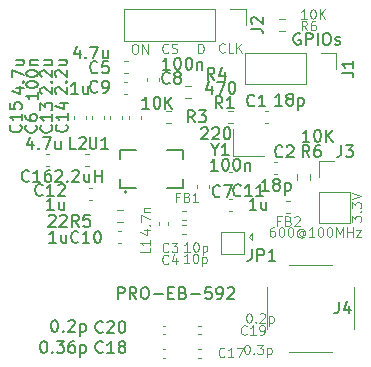
<source format=gbr>
%TF.GenerationSoftware,KiCad,Pcbnew,9.0.4*%
%TF.CreationDate,2025-08-31T12:09:40+02:00*%
%TF.ProjectId,CYW43439,43595734-3334-4333-992e-6b696361645f,rev?*%
%TF.SameCoordinates,Original*%
%TF.FileFunction,Legend,Top*%
%TF.FilePolarity,Positive*%
%FSLAX46Y46*%
G04 Gerber Fmt 4.6, Leading zero omitted, Abs format (unit mm)*
G04 Created by KiCad (PCBNEW 9.0.4) date 2025-08-31 12:09:40*
%MOMM*%
%LPD*%
G01*
G04 APERTURE LIST*
%ADD10C,0.100000*%
%ADD11C,0.150000*%
%ADD12C,0.120000*%
%ADD13C,0.127000*%
%ADD14C,0.200000*%
G04 APERTURE END LIST*
D10*
X144013408Y-86370704D02*
X143975312Y-86408800D01*
X143975312Y-86408800D02*
X143861027Y-86446895D01*
X143861027Y-86446895D02*
X143784836Y-86446895D01*
X143784836Y-86446895D02*
X143670550Y-86408800D01*
X143670550Y-86408800D02*
X143594360Y-86332609D01*
X143594360Y-86332609D02*
X143556265Y-86256419D01*
X143556265Y-86256419D02*
X143518169Y-86104038D01*
X143518169Y-86104038D02*
X143518169Y-85989752D01*
X143518169Y-85989752D02*
X143556265Y-85837371D01*
X143556265Y-85837371D02*
X143594360Y-85761180D01*
X143594360Y-85761180D02*
X143670550Y-85684990D01*
X143670550Y-85684990D02*
X143784836Y-85646895D01*
X143784836Y-85646895D02*
X143861027Y-85646895D01*
X143861027Y-85646895D02*
X143975312Y-85684990D01*
X143975312Y-85684990D02*
X144013408Y-85723085D01*
X144737217Y-86446895D02*
X144356265Y-86446895D01*
X144356265Y-86446895D02*
X144356265Y-85646895D01*
X145003884Y-86446895D02*
X145003884Y-85646895D01*
X145461027Y-86446895D02*
X145118169Y-85989752D01*
X145461027Y-85646895D02*
X145003884Y-86104038D01*
X139213408Y-86395704D02*
X139175312Y-86433800D01*
X139175312Y-86433800D02*
X139061027Y-86471895D01*
X139061027Y-86471895D02*
X138984836Y-86471895D01*
X138984836Y-86471895D02*
X138870550Y-86433800D01*
X138870550Y-86433800D02*
X138794360Y-86357609D01*
X138794360Y-86357609D02*
X138756265Y-86281419D01*
X138756265Y-86281419D02*
X138718169Y-86129038D01*
X138718169Y-86129038D02*
X138718169Y-86014752D01*
X138718169Y-86014752D02*
X138756265Y-85862371D01*
X138756265Y-85862371D02*
X138794360Y-85786180D01*
X138794360Y-85786180D02*
X138870550Y-85709990D01*
X138870550Y-85709990D02*
X138984836Y-85671895D01*
X138984836Y-85671895D02*
X139061027Y-85671895D01*
X139061027Y-85671895D02*
X139175312Y-85709990D01*
X139175312Y-85709990D02*
X139213408Y-85748085D01*
X139518169Y-86433800D02*
X139632455Y-86471895D01*
X139632455Y-86471895D02*
X139822931Y-86471895D01*
X139822931Y-86471895D02*
X139899122Y-86433800D01*
X139899122Y-86433800D02*
X139937217Y-86395704D01*
X139937217Y-86395704D02*
X139975312Y-86319514D01*
X139975312Y-86319514D02*
X139975312Y-86243323D01*
X139975312Y-86243323D02*
X139937217Y-86167133D01*
X139937217Y-86167133D02*
X139899122Y-86129038D01*
X139899122Y-86129038D02*
X139822931Y-86090942D01*
X139822931Y-86090942D02*
X139670550Y-86052847D01*
X139670550Y-86052847D02*
X139594360Y-86014752D01*
X139594360Y-86014752D02*
X139556265Y-85976657D01*
X139556265Y-85976657D02*
X139518169Y-85900466D01*
X139518169Y-85900466D02*
X139518169Y-85824276D01*
X139518169Y-85824276D02*
X139556265Y-85748085D01*
X139556265Y-85748085D02*
X139594360Y-85709990D01*
X139594360Y-85709990D02*
X139670550Y-85671895D01*
X139670550Y-85671895D02*
X139861027Y-85671895D01*
X139861027Y-85671895D02*
X139975312Y-85709990D01*
X141756265Y-86471895D02*
X141756265Y-85671895D01*
X141756265Y-85671895D02*
X141946741Y-85671895D01*
X141946741Y-85671895D02*
X142061027Y-85709990D01*
X142061027Y-85709990D02*
X142137217Y-85786180D01*
X142137217Y-85786180D02*
X142175312Y-85862371D01*
X142175312Y-85862371D02*
X142213408Y-86014752D01*
X142213408Y-86014752D02*
X142213408Y-86129038D01*
X142213408Y-86129038D02*
X142175312Y-86281419D01*
X142175312Y-86281419D02*
X142137217Y-86357609D01*
X142137217Y-86357609D02*
X142061027Y-86433800D01*
X142061027Y-86433800D02*
X141946741Y-86471895D01*
X141946741Y-86471895D02*
X141756265Y-86471895D01*
D11*
X134961779Y-107294819D02*
X134961779Y-106294819D01*
X134961779Y-106294819D02*
X135342731Y-106294819D01*
X135342731Y-106294819D02*
X135437969Y-106342438D01*
X135437969Y-106342438D02*
X135485588Y-106390057D01*
X135485588Y-106390057D02*
X135533207Y-106485295D01*
X135533207Y-106485295D02*
X135533207Y-106628152D01*
X135533207Y-106628152D02*
X135485588Y-106723390D01*
X135485588Y-106723390D02*
X135437969Y-106771009D01*
X135437969Y-106771009D02*
X135342731Y-106818628D01*
X135342731Y-106818628D02*
X134961779Y-106818628D01*
X136533207Y-107294819D02*
X136199874Y-106818628D01*
X135961779Y-107294819D02*
X135961779Y-106294819D01*
X135961779Y-106294819D02*
X136342731Y-106294819D01*
X136342731Y-106294819D02*
X136437969Y-106342438D01*
X136437969Y-106342438D02*
X136485588Y-106390057D01*
X136485588Y-106390057D02*
X136533207Y-106485295D01*
X136533207Y-106485295D02*
X136533207Y-106628152D01*
X136533207Y-106628152D02*
X136485588Y-106723390D01*
X136485588Y-106723390D02*
X136437969Y-106771009D01*
X136437969Y-106771009D02*
X136342731Y-106818628D01*
X136342731Y-106818628D02*
X135961779Y-106818628D01*
X137152255Y-106294819D02*
X137342731Y-106294819D01*
X137342731Y-106294819D02*
X137437969Y-106342438D01*
X137437969Y-106342438D02*
X137533207Y-106437676D01*
X137533207Y-106437676D02*
X137580826Y-106628152D01*
X137580826Y-106628152D02*
X137580826Y-106961485D01*
X137580826Y-106961485D02*
X137533207Y-107151961D01*
X137533207Y-107151961D02*
X137437969Y-107247200D01*
X137437969Y-107247200D02*
X137342731Y-107294819D01*
X137342731Y-107294819D02*
X137152255Y-107294819D01*
X137152255Y-107294819D02*
X137057017Y-107247200D01*
X137057017Y-107247200D02*
X136961779Y-107151961D01*
X136961779Y-107151961D02*
X136914160Y-106961485D01*
X136914160Y-106961485D02*
X136914160Y-106628152D01*
X136914160Y-106628152D02*
X136961779Y-106437676D01*
X136961779Y-106437676D02*
X137057017Y-106342438D01*
X137057017Y-106342438D02*
X137152255Y-106294819D01*
X138009398Y-106913866D02*
X138771303Y-106913866D01*
X139247493Y-106771009D02*
X139580826Y-106771009D01*
X139723683Y-107294819D02*
X139247493Y-107294819D01*
X139247493Y-107294819D02*
X139247493Y-106294819D01*
X139247493Y-106294819D02*
X139723683Y-106294819D01*
X140485588Y-106771009D02*
X140628445Y-106818628D01*
X140628445Y-106818628D02*
X140676064Y-106866247D01*
X140676064Y-106866247D02*
X140723683Y-106961485D01*
X140723683Y-106961485D02*
X140723683Y-107104342D01*
X140723683Y-107104342D02*
X140676064Y-107199580D01*
X140676064Y-107199580D02*
X140628445Y-107247200D01*
X140628445Y-107247200D02*
X140533207Y-107294819D01*
X140533207Y-107294819D02*
X140152255Y-107294819D01*
X140152255Y-107294819D02*
X140152255Y-106294819D01*
X140152255Y-106294819D02*
X140485588Y-106294819D01*
X140485588Y-106294819D02*
X140580826Y-106342438D01*
X140580826Y-106342438D02*
X140628445Y-106390057D01*
X140628445Y-106390057D02*
X140676064Y-106485295D01*
X140676064Y-106485295D02*
X140676064Y-106580533D01*
X140676064Y-106580533D02*
X140628445Y-106675771D01*
X140628445Y-106675771D02*
X140580826Y-106723390D01*
X140580826Y-106723390D02*
X140485588Y-106771009D01*
X140485588Y-106771009D02*
X140152255Y-106771009D01*
X141152255Y-106913866D02*
X141914160Y-106913866D01*
X142866540Y-106294819D02*
X142390350Y-106294819D01*
X142390350Y-106294819D02*
X142342731Y-106771009D01*
X142342731Y-106771009D02*
X142390350Y-106723390D01*
X142390350Y-106723390D02*
X142485588Y-106675771D01*
X142485588Y-106675771D02*
X142723683Y-106675771D01*
X142723683Y-106675771D02*
X142818921Y-106723390D01*
X142818921Y-106723390D02*
X142866540Y-106771009D01*
X142866540Y-106771009D02*
X142914159Y-106866247D01*
X142914159Y-106866247D02*
X142914159Y-107104342D01*
X142914159Y-107104342D02*
X142866540Y-107199580D01*
X142866540Y-107199580D02*
X142818921Y-107247200D01*
X142818921Y-107247200D02*
X142723683Y-107294819D01*
X142723683Y-107294819D02*
X142485588Y-107294819D01*
X142485588Y-107294819D02*
X142390350Y-107247200D01*
X142390350Y-107247200D02*
X142342731Y-107199580D01*
X143390350Y-107294819D02*
X143580826Y-107294819D01*
X143580826Y-107294819D02*
X143676064Y-107247200D01*
X143676064Y-107247200D02*
X143723683Y-107199580D01*
X143723683Y-107199580D02*
X143818921Y-107056723D01*
X143818921Y-107056723D02*
X143866540Y-106866247D01*
X143866540Y-106866247D02*
X143866540Y-106485295D01*
X143866540Y-106485295D02*
X143818921Y-106390057D01*
X143818921Y-106390057D02*
X143771302Y-106342438D01*
X143771302Y-106342438D02*
X143676064Y-106294819D01*
X143676064Y-106294819D02*
X143485588Y-106294819D01*
X143485588Y-106294819D02*
X143390350Y-106342438D01*
X143390350Y-106342438D02*
X143342731Y-106390057D01*
X143342731Y-106390057D02*
X143295112Y-106485295D01*
X143295112Y-106485295D02*
X143295112Y-106723390D01*
X143295112Y-106723390D02*
X143342731Y-106818628D01*
X143342731Y-106818628D02*
X143390350Y-106866247D01*
X143390350Y-106866247D02*
X143485588Y-106913866D01*
X143485588Y-106913866D02*
X143676064Y-106913866D01*
X143676064Y-106913866D02*
X143771302Y-106866247D01*
X143771302Y-106866247D02*
X143818921Y-106818628D01*
X143818921Y-106818628D02*
X143866540Y-106723390D01*
X144247493Y-106390057D02*
X144295112Y-106342438D01*
X144295112Y-106342438D02*
X144390350Y-106294819D01*
X144390350Y-106294819D02*
X144628445Y-106294819D01*
X144628445Y-106294819D02*
X144723683Y-106342438D01*
X144723683Y-106342438D02*
X144771302Y-106390057D01*
X144771302Y-106390057D02*
X144818921Y-106485295D01*
X144818921Y-106485295D02*
X144818921Y-106580533D01*
X144818921Y-106580533D02*
X144771302Y-106723390D01*
X144771302Y-106723390D02*
X144199874Y-107294819D01*
X144199874Y-107294819D02*
X144818921Y-107294819D01*
D10*
X136333646Y-85721895D02*
X136486027Y-85721895D01*
X136486027Y-85721895D02*
X136562217Y-85759990D01*
X136562217Y-85759990D02*
X136638408Y-85836180D01*
X136638408Y-85836180D02*
X136676503Y-85988561D01*
X136676503Y-85988561D02*
X136676503Y-86255228D01*
X136676503Y-86255228D02*
X136638408Y-86407609D01*
X136638408Y-86407609D02*
X136562217Y-86483800D01*
X136562217Y-86483800D02*
X136486027Y-86521895D01*
X136486027Y-86521895D02*
X136333646Y-86521895D01*
X136333646Y-86521895D02*
X136257455Y-86483800D01*
X136257455Y-86483800D02*
X136181265Y-86407609D01*
X136181265Y-86407609D02*
X136143169Y-86255228D01*
X136143169Y-86255228D02*
X136143169Y-85988561D01*
X136143169Y-85988561D02*
X136181265Y-85836180D01*
X136181265Y-85836180D02*
X136257455Y-85759990D01*
X136257455Y-85759990D02*
X136333646Y-85721895D01*
X137019360Y-86521895D02*
X137019360Y-85721895D01*
X137019360Y-85721895D02*
X137476503Y-86521895D01*
X137476503Y-86521895D02*
X137476503Y-85721895D01*
X154771895Y-100744925D02*
X154771895Y-100249687D01*
X154771895Y-100249687D02*
X155076657Y-100516353D01*
X155076657Y-100516353D02*
X155076657Y-100402068D01*
X155076657Y-100402068D02*
X155114752Y-100325877D01*
X155114752Y-100325877D02*
X155152847Y-100287782D01*
X155152847Y-100287782D02*
X155229038Y-100249687D01*
X155229038Y-100249687D02*
X155419514Y-100249687D01*
X155419514Y-100249687D02*
X155495704Y-100287782D01*
X155495704Y-100287782D02*
X155533800Y-100325877D01*
X155533800Y-100325877D02*
X155571895Y-100402068D01*
X155571895Y-100402068D02*
X155571895Y-100630639D01*
X155571895Y-100630639D02*
X155533800Y-100706830D01*
X155533800Y-100706830D02*
X155495704Y-100744925D01*
X155495704Y-99906829D02*
X155533800Y-99868734D01*
X155533800Y-99868734D02*
X155571895Y-99906829D01*
X155571895Y-99906829D02*
X155533800Y-99944925D01*
X155533800Y-99944925D02*
X155495704Y-99906829D01*
X155495704Y-99906829D02*
X155571895Y-99906829D01*
X154771895Y-99602068D02*
X154771895Y-99106830D01*
X154771895Y-99106830D02*
X155076657Y-99373496D01*
X155076657Y-99373496D02*
X155076657Y-99259211D01*
X155076657Y-99259211D02*
X155114752Y-99183020D01*
X155114752Y-99183020D02*
X155152847Y-99144925D01*
X155152847Y-99144925D02*
X155229038Y-99106830D01*
X155229038Y-99106830D02*
X155419514Y-99106830D01*
X155419514Y-99106830D02*
X155495704Y-99144925D01*
X155495704Y-99144925D02*
X155533800Y-99183020D01*
X155533800Y-99183020D02*
X155571895Y-99259211D01*
X155571895Y-99259211D02*
X155571895Y-99487782D01*
X155571895Y-99487782D02*
X155533800Y-99563973D01*
X155533800Y-99563973D02*
X155495704Y-99602068D01*
X154771895Y-98878258D02*
X155571895Y-98611591D01*
X155571895Y-98611591D02*
X154771895Y-98344925D01*
X150966667Y-84564895D02*
X150700000Y-84183942D01*
X150509524Y-84564895D02*
X150509524Y-83764895D01*
X150509524Y-83764895D02*
X150814286Y-83764895D01*
X150814286Y-83764895D02*
X150890476Y-83802990D01*
X150890476Y-83802990D02*
X150928571Y-83841085D01*
X150928571Y-83841085D02*
X150966667Y-83917276D01*
X150966667Y-83917276D02*
X150966667Y-84031561D01*
X150966667Y-84031561D02*
X150928571Y-84107752D01*
X150928571Y-84107752D02*
X150890476Y-84145847D01*
X150890476Y-84145847D02*
X150814286Y-84183942D01*
X150814286Y-84183942D02*
X150509524Y-84183942D01*
X151652381Y-83764895D02*
X151500000Y-83764895D01*
X151500000Y-83764895D02*
X151423809Y-83802990D01*
X151423809Y-83802990D02*
X151385714Y-83841085D01*
X151385714Y-83841085D02*
X151309524Y-83955371D01*
X151309524Y-83955371D02*
X151271428Y-84107752D01*
X151271428Y-84107752D02*
X151271428Y-84412514D01*
X151271428Y-84412514D02*
X151309524Y-84488704D01*
X151309524Y-84488704D02*
X151347619Y-84526800D01*
X151347619Y-84526800D02*
X151423809Y-84564895D01*
X151423809Y-84564895D02*
X151576190Y-84564895D01*
X151576190Y-84564895D02*
X151652381Y-84526800D01*
X151652381Y-84526800D02*
X151690476Y-84488704D01*
X151690476Y-84488704D02*
X151728571Y-84412514D01*
X151728571Y-84412514D02*
X151728571Y-84222038D01*
X151728571Y-84222038D02*
X151690476Y-84145847D01*
X151690476Y-84145847D02*
X151652381Y-84107752D01*
X151652381Y-84107752D02*
X151576190Y-84069657D01*
X151576190Y-84069657D02*
X151423809Y-84069657D01*
X151423809Y-84069657D02*
X151347619Y-84107752D01*
X151347619Y-84107752D02*
X151309524Y-84145847D01*
X151309524Y-84145847D02*
X151271428Y-84222038D01*
X150947618Y-83564895D02*
X150490475Y-83564895D01*
X150719047Y-83564895D02*
X150719047Y-82764895D01*
X150719047Y-82764895D02*
X150642856Y-82879180D01*
X150642856Y-82879180D02*
X150566666Y-82955371D01*
X150566666Y-82955371D02*
X150490475Y-82993466D01*
X151442857Y-82764895D02*
X151519047Y-82764895D01*
X151519047Y-82764895D02*
X151595238Y-82802990D01*
X151595238Y-82802990D02*
X151633333Y-82841085D01*
X151633333Y-82841085D02*
X151671428Y-82917276D01*
X151671428Y-82917276D02*
X151709523Y-83069657D01*
X151709523Y-83069657D02*
X151709523Y-83260133D01*
X151709523Y-83260133D02*
X151671428Y-83412514D01*
X151671428Y-83412514D02*
X151633333Y-83488704D01*
X151633333Y-83488704D02*
X151595238Y-83526800D01*
X151595238Y-83526800D02*
X151519047Y-83564895D01*
X151519047Y-83564895D02*
X151442857Y-83564895D01*
X151442857Y-83564895D02*
X151366666Y-83526800D01*
X151366666Y-83526800D02*
X151328571Y-83488704D01*
X151328571Y-83488704D02*
X151290476Y-83412514D01*
X151290476Y-83412514D02*
X151252380Y-83260133D01*
X151252380Y-83260133D02*
X151252380Y-83069657D01*
X151252380Y-83069657D02*
X151290476Y-82917276D01*
X151290476Y-82917276D02*
X151328571Y-82841085D01*
X151328571Y-82841085D02*
X151366666Y-82802990D01*
X151366666Y-82802990D02*
X151442857Y-82764895D01*
X152052381Y-83564895D02*
X152052381Y-82764895D01*
X152509524Y-83564895D02*
X152166666Y-83107752D01*
X152509524Y-82764895D02*
X152052381Y-83222038D01*
D11*
X129309580Y-92592857D02*
X129357200Y-92640476D01*
X129357200Y-92640476D02*
X129404819Y-92783333D01*
X129404819Y-92783333D02*
X129404819Y-92878571D01*
X129404819Y-92878571D02*
X129357200Y-93021428D01*
X129357200Y-93021428D02*
X129261961Y-93116666D01*
X129261961Y-93116666D02*
X129166723Y-93164285D01*
X129166723Y-93164285D02*
X128976247Y-93211904D01*
X128976247Y-93211904D02*
X128833390Y-93211904D01*
X128833390Y-93211904D02*
X128642914Y-93164285D01*
X128642914Y-93164285D02*
X128547676Y-93116666D01*
X128547676Y-93116666D02*
X128452438Y-93021428D01*
X128452438Y-93021428D02*
X128404819Y-92878571D01*
X128404819Y-92878571D02*
X128404819Y-92783333D01*
X128404819Y-92783333D02*
X128452438Y-92640476D01*
X128452438Y-92640476D02*
X128500057Y-92592857D01*
X129404819Y-91640476D02*
X129404819Y-92211904D01*
X129404819Y-91926190D02*
X128404819Y-91926190D01*
X128404819Y-91926190D02*
X128547676Y-92021428D01*
X128547676Y-92021428D02*
X128642914Y-92116666D01*
X128642914Y-92116666D02*
X128690533Y-92211904D01*
X128404819Y-91307142D02*
X128404819Y-90688095D01*
X128404819Y-90688095D02*
X128785771Y-91021428D01*
X128785771Y-91021428D02*
X128785771Y-90878571D01*
X128785771Y-90878571D02*
X128833390Y-90783333D01*
X128833390Y-90783333D02*
X128881009Y-90735714D01*
X128881009Y-90735714D02*
X128976247Y-90688095D01*
X128976247Y-90688095D02*
X129214342Y-90688095D01*
X129214342Y-90688095D02*
X129309580Y-90735714D01*
X129309580Y-90735714D02*
X129357200Y-90783333D01*
X129357200Y-90783333D02*
X129404819Y-90878571D01*
X129404819Y-90878571D02*
X129404819Y-91164285D01*
X129404819Y-91164285D02*
X129357200Y-91259523D01*
X129357200Y-91259523D02*
X129309580Y-91307142D01*
X128500057Y-89927380D02*
X128452438Y-89879761D01*
X128452438Y-89879761D02*
X128404819Y-89784523D01*
X128404819Y-89784523D02*
X128404819Y-89546428D01*
X128404819Y-89546428D02*
X128452438Y-89451190D01*
X128452438Y-89451190D02*
X128500057Y-89403571D01*
X128500057Y-89403571D02*
X128595295Y-89355952D01*
X128595295Y-89355952D02*
X128690533Y-89355952D01*
X128690533Y-89355952D02*
X128833390Y-89403571D01*
X128833390Y-89403571D02*
X129404819Y-89974999D01*
X129404819Y-89974999D02*
X129404819Y-89355952D01*
X129309580Y-88927380D02*
X129357200Y-88879761D01*
X129357200Y-88879761D02*
X129404819Y-88927380D01*
X129404819Y-88927380D02*
X129357200Y-88974999D01*
X129357200Y-88974999D02*
X129309580Y-88927380D01*
X129309580Y-88927380D02*
X129404819Y-88927380D01*
X128500057Y-88498809D02*
X128452438Y-88451190D01*
X128452438Y-88451190D02*
X128404819Y-88355952D01*
X128404819Y-88355952D02*
X128404819Y-88117857D01*
X128404819Y-88117857D02*
X128452438Y-88022619D01*
X128452438Y-88022619D02*
X128500057Y-87975000D01*
X128500057Y-87975000D02*
X128595295Y-87927381D01*
X128595295Y-87927381D02*
X128690533Y-87927381D01*
X128690533Y-87927381D02*
X128833390Y-87975000D01*
X128833390Y-87975000D02*
X129404819Y-88546428D01*
X129404819Y-88546428D02*
X129404819Y-87927381D01*
X128738152Y-87070238D02*
X129404819Y-87070238D01*
X128738152Y-87498809D02*
X129261961Y-87498809D01*
X129261961Y-87498809D02*
X129357200Y-87451190D01*
X129357200Y-87451190D02*
X129404819Y-87355952D01*
X129404819Y-87355952D02*
X129404819Y-87213095D01*
X129404819Y-87213095D02*
X129357200Y-87117857D01*
X129357200Y-87117857D02*
X129309580Y-87070238D01*
D10*
X139241667Y-103263704D02*
X139203571Y-103301800D01*
X139203571Y-103301800D02*
X139089286Y-103339895D01*
X139089286Y-103339895D02*
X139013095Y-103339895D01*
X139013095Y-103339895D02*
X138898809Y-103301800D01*
X138898809Y-103301800D02*
X138822619Y-103225609D01*
X138822619Y-103225609D02*
X138784524Y-103149419D01*
X138784524Y-103149419D02*
X138746428Y-102997038D01*
X138746428Y-102997038D02*
X138746428Y-102882752D01*
X138746428Y-102882752D02*
X138784524Y-102730371D01*
X138784524Y-102730371D02*
X138822619Y-102654180D01*
X138822619Y-102654180D02*
X138898809Y-102577990D01*
X138898809Y-102577990D02*
X139013095Y-102539895D01*
X139013095Y-102539895D02*
X139089286Y-102539895D01*
X139089286Y-102539895D02*
X139203571Y-102577990D01*
X139203571Y-102577990D02*
X139241667Y-102616085D01*
X139508333Y-102539895D02*
X140003571Y-102539895D01*
X140003571Y-102539895D02*
X139736905Y-102844657D01*
X139736905Y-102844657D02*
X139851190Y-102844657D01*
X139851190Y-102844657D02*
X139927381Y-102882752D01*
X139927381Y-102882752D02*
X139965476Y-102920847D01*
X139965476Y-102920847D02*
X140003571Y-102997038D01*
X140003571Y-102997038D02*
X140003571Y-103187514D01*
X140003571Y-103187514D02*
X139965476Y-103263704D01*
X139965476Y-103263704D02*
X139927381Y-103301800D01*
X139927381Y-103301800D02*
X139851190Y-103339895D01*
X139851190Y-103339895D02*
X139622619Y-103339895D01*
X139622619Y-103339895D02*
X139546428Y-103301800D01*
X139546428Y-103301800D02*
X139508333Y-103263704D01*
X141010713Y-104264895D02*
X140553570Y-104264895D01*
X140782142Y-104264895D02*
X140782142Y-103464895D01*
X140782142Y-103464895D02*
X140705951Y-103579180D01*
X140705951Y-103579180D02*
X140629761Y-103655371D01*
X140629761Y-103655371D02*
X140553570Y-103693466D01*
X141505952Y-103464895D02*
X141582142Y-103464895D01*
X141582142Y-103464895D02*
X141658333Y-103502990D01*
X141658333Y-103502990D02*
X141696428Y-103541085D01*
X141696428Y-103541085D02*
X141734523Y-103617276D01*
X141734523Y-103617276D02*
X141772618Y-103769657D01*
X141772618Y-103769657D02*
X141772618Y-103960133D01*
X141772618Y-103960133D02*
X141734523Y-104112514D01*
X141734523Y-104112514D02*
X141696428Y-104188704D01*
X141696428Y-104188704D02*
X141658333Y-104226800D01*
X141658333Y-104226800D02*
X141582142Y-104264895D01*
X141582142Y-104264895D02*
X141505952Y-104264895D01*
X141505952Y-104264895D02*
X141429761Y-104226800D01*
X141429761Y-104226800D02*
X141391666Y-104188704D01*
X141391666Y-104188704D02*
X141353571Y-104112514D01*
X141353571Y-104112514D02*
X141315475Y-103960133D01*
X141315475Y-103960133D02*
X141315475Y-103769657D01*
X141315475Y-103769657D02*
X141353571Y-103617276D01*
X141353571Y-103617276D02*
X141391666Y-103541085D01*
X141391666Y-103541085D02*
X141429761Y-103502990D01*
X141429761Y-103502990D02*
X141505952Y-103464895D01*
X142115476Y-103731561D02*
X142115476Y-104531561D01*
X142115476Y-103769657D02*
X142191666Y-103731561D01*
X142191666Y-103731561D02*
X142344047Y-103731561D01*
X142344047Y-103731561D02*
X142420238Y-103769657D01*
X142420238Y-103769657D02*
X142458333Y-103807752D01*
X142458333Y-103807752D02*
X142496428Y-103883942D01*
X142496428Y-103883942D02*
X142496428Y-104112514D01*
X142496428Y-104112514D02*
X142458333Y-104188704D01*
X142458333Y-104188704D02*
X142420238Y-104226800D01*
X142420238Y-104226800D02*
X142344047Y-104264895D01*
X142344047Y-104264895D02*
X142191666Y-104264895D01*
X142191666Y-104264895D02*
X142115476Y-104226800D01*
D11*
X133682142Y-110084580D02*
X133634523Y-110132200D01*
X133634523Y-110132200D02*
X133491666Y-110179819D01*
X133491666Y-110179819D02*
X133396428Y-110179819D01*
X133396428Y-110179819D02*
X133253571Y-110132200D01*
X133253571Y-110132200D02*
X133158333Y-110036961D01*
X133158333Y-110036961D02*
X133110714Y-109941723D01*
X133110714Y-109941723D02*
X133063095Y-109751247D01*
X133063095Y-109751247D02*
X133063095Y-109608390D01*
X133063095Y-109608390D02*
X133110714Y-109417914D01*
X133110714Y-109417914D02*
X133158333Y-109322676D01*
X133158333Y-109322676D02*
X133253571Y-109227438D01*
X133253571Y-109227438D02*
X133396428Y-109179819D01*
X133396428Y-109179819D02*
X133491666Y-109179819D01*
X133491666Y-109179819D02*
X133634523Y-109227438D01*
X133634523Y-109227438D02*
X133682142Y-109275057D01*
X134063095Y-109275057D02*
X134110714Y-109227438D01*
X134110714Y-109227438D02*
X134205952Y-109179819D01*
X134205952Y-109179819D02*
X134444047Y-109179819D01*
X134444047Y-109179819D02*
X134539285Y-109227438D01*
X134539285Y-109227438D02*
X134586904Y-109275057D01*
X134586904Y-109275057D02*
X134634523Y-109370295D01*
X134634523Y-109370295D02*
X134634523Y-109465533D01*
X134634523Y-109465533D02*
X134586904Y-109608390D01*
X134586904Y-109608390D02*
X134015476Y-110179819D01*
X134015476Y-110179819D02*
X134634523Y-110179819D01*
X135253571Y-109179819D02*
X135348809Y-109179819D01*
X135348809Y-109179819D02*
X135444047Y-109227438D01*
X135444047Y-109227438D02*
X135491666Y-109275057D01*
X135491666Y-109275057D02*
X135539285Y-109370295D01*
X135539285Y-109370295D02*
X135586904Y-109560771D01*
X135586904Y-109560771D02*
X135586904Y-109798866D01*
X135586904Y-109798866D02*
X135539285Y-109989342D01*
X135539285Y-109989342D02*
X135491666Y-110084580D01*
X135491666Y-110084580D02*
X135444047Y-110132200D01*
X135444047Y-110132200D02*
X135348809Y-110179819D01*
X135348809Y-110179819D02*
X135253571Y-110179819D01*
X135253571Y-110179819D02*
X135158333Y-110132200D01*
X135158333Y-110132200D02*
X135110714Y-110084580D01*
X135110714Y-110084580D02*
X135063095Y-109989342D01*
X135063095Y-109989342D02*
X135015476Y-109798866D01*
X135015476Y-109798866D02*
X135015476Y-109560771D01*
X135015476Y-109560771D02*
X135063095Y-109370295D01*
X135063095Y-109370295D02*
X135110714Y-109275057D01*
X135110714Y-109275057D02*
X135158333Y-109227438D01*
X135158333Y-109227438D02*
X135253571Y-109179819D01*
X129560714Y-109079819D02*
X129655952Y-109079819D01*
X129655952Y-109079819D02*
X129751190Y-109127438D01*
X129751190Y-109127438D02*
X129798809Y-109175057D01*
X129798809Y-109175057D02*
X129846428Y-109270295D01*
X129846428Y-109270295D02*
X129894047Y-109460771D01*
X129894047Y-109460771D02*
X129894047Y-109698866D01*
X129894047Y-109698866D02*
X129846428Y-109889342D01*
X129846428Y-109889342D02*
X129798809Y-109984580D01*
X129798809Y-109984580D02*
X129751190Y-110032200D01*
X129751190Y-110032200D02*
X129655952Y-110079819D01*
X129655952Y-110079819D02*
X129560714Y-110079819D01*
X129560714Y-110079819D02*
X129465476Y-110032200D01*
X129465476Y-110032200D02*
X129417857Y-109984580D01*
X129417857Y-109984580D02*
X129370238Y-109889342D01*
X129370238Y-109889342D02*
X129322619Y-109698866D01*
X129322619Y-109698866D02*
X129322619Y-109460771D01*
X129322619Y-109460771D02*
X129370238Y-109270295D01*
X129370238Y-109270295D02*
X129417857Y-109175057D01*
X129417857Y-109175057D02*
X129465476Y-109127438D01*
X129465476Y-109127438D02*
X129560714Y-109079819D01*
X130322619Y-109984580D02*
X130370238Y-110032200D01*
X130370238Y-110032200D02*
X130322619Y-110079819D01*
X130322619Y-110079819D02*
X130275000Y-110032200D01*
X130275000Y-110032200D02*
X130322619Y-109984580D01*
X130322619Y-109984580D02*
X130322619Y-110079819D01*
X130751190Y-109175057D02*
X130798809Y-109127438D01*
X130798809Y-109127438D02*
X130894047Y-109079819D01*
X130894047Y-109079819D02*
X131132142Y-109079819D01*
X131132142Y-109079819D02*
X131227380Y-109127438D01*
X131227380Y-109127438D02*
X131274999Y-109175057D01*
X131274999Y-109175057D02*
X131322618Y-109270295D01*
X131322618Y-109270295D02*
X131322618Y-109365533D01*
X131322618Y-109365533D02*
X131274999Y-109508390D01*
X131274999Y-109508390D02*
X130703571Y-110079819D01*
X130703571Y-110079819D02*
X131322618Y-110079819D01*
X131751190Y-109413152D02*
X131751190Y-110413152D01*
X131751190Y-109460771D02*
X131846428Y-109413152D01*
X131846428Y-109413152D02*
X132036904Y-109413152D01*
X132036904Y-109413152D02*
X132132142Y-109460771D01*
X132132142Y-109460771D02*
X132179761Y-109508390D01*
X132179761Y-109508390D02*
X132227380Y-109603628D01*
X132227380Y-109603628D02*
X132227380Y-109889342D01*
X132227380Y-109889342D02*
X132179761Y-109984580D01*
X132179761Y-109984580D02*
X132132142Y-110032200D01*
X132132142Y-110032200D02*
X132036904Y-110079819D01*
X132036904Y-110079819D02*
X131846428Y-110079819D01*
X131846428Y-110079819D02*
X131751190Y-110032200D01*
X153866666Y-94279819D02*
X153866666Y-94994104D01*
X153866666Y-94994104D02*
X153819047Y-95136961D01*
X153819047Y-95136961D02*
X153723809Y-95232200D01*
X153723809Y-95232200D02*
X153580952Y-95279819D01*
X153580952Y-95279819D02*
X153485714Y-95279819D01*
X154247619Y-94279819D02*
X154866666Y-94279819D01*
X154866666Y-94279819D02*
X154533333Y-94660771D01*
X154533333Y-94660771D02*
X154676190Y-94660771D01*
X154676190Y-94660771D02*
X154771428Y-94708390D01*
X154771428Y-94708390D02*
X154819047Y-94756009D01*
X154819047Y-94756009D02*
X154866666Y-94851247D01*
X154866666Y-94851247D02*
X154866666Y-95089342D01*
X154866666Y-95089342D02*
X154819047Y-95184580D01*
X154819047Y-95184580D02*
X154771428Y-95232200D01*
X154771428Y-95232200D02*
X154676190Y-95279819D01*
X154676190Y-95279819D02*
X154390476Y-95279819D01*
X154390476Y-95279819D02*
X154295238Y-95232200D01*
X154295238Y-95232200D02*
X154247619Y-95184580D01*
D10*
X140108333Y-98670847D02*
X139841667Y-98670847D01*
X139841667Y-99089895D02*
X139841667Y-98289895D01*
X139841667Y-98289895D02*
X140222619Y-98289895D01*
X140794047Y-98670847D02*
X140908333Y-98708942D01*
X140908333Y-98708942D02*
X140946428Y-98747038D01*
X140946428Y-98747038D02*
X140984524Y-98823228D01*
X140984524Y-98823228D02*
X140984524Y-98937514D01*
X140984524Y-98937514D02*
X140946428Y-99013704D01*
X140946428Y-99013704D02*
X140908333Y-99051800D01*
X140908333Y-99051800D02*
X140832143Y-99089895D01*
X140832143Y-99089895D02*
X140527381Y-99089895D01*
X140527381Y-99089895D02*
X140527381Y-98289895D01*
X140527381Y-98289895D02*
X140794047Y-98289895D01*
X140794047Y-98289895D02*
X140870238Y-98327990D01*
X140870238Y-98327990D02*
X140908333Y-98366085D01*
X140908333Y-98366085D02*
X140946428Y-98442276D01*
X140946428Y-98442276D02*
X140946428Y-98518466D01*
X140946428Y-98518466D02*
X140908333Y-98594657D01*
X140908333Y-98594657D02*
X140870238Y-98632752D01*
X140870238Y-98632752D02*
X140794047Y-98670847D01*
X140794047Y-98670847D02*
X140527381Y-98670847D01*
X141746428Y-99089895D02*
X141289285Y-99089895D01*
X141517857Y-99089895D02*
X141517857Y-98289895D01*
X141517857Y-98289895D02*
X141441666Y-98404180D01*
X141441666Y-98404180D02*
X141365476Y-98480371D01*
X141365476Y-98480371D02*
X141289285Y-98518466D01*
D11*
X128009580Y-92591666D02*
X128057200Y-92639285D01*
X128057200Y-92639285D02*
X128104819Y-92782142D01*
X128104819Y-92782142D02*
X128104819Y-92877380D01*
X128104819Y-92877380D02*
X128057200Y-93020237D01*
X128057200Y-93020237D02*
X127961961Y-93115475D01*
X127961961Y-93115475D02*
X127866723Y-93163094D01*
X127866723Y-93163094D02*
X127676247Y-93210713D01*
X127676247Y-93210713D02*
X127533390Y-93210713D01*
X127533390Y-93210713D02*
X127342914Y-93163094D01*
X127342914Y-93163094D02*
X127247676Y-93115475D01*
X127247676Y-93115475D02*
X127152438Y-93020237D01*
X127152438Y-93020237D02*
X127104819Y-92877380D01*
X127104819Y-92877380D02*
X127104819Y-92782142D01*
X127104819Y-92782142D02*
X127152438Y-92639285D01*
X127152438Y-92639285D02*
X127200057Y-92591666D01*
X127104819Y-91734523D02*
X127104819Y-91924999D01*
X127104819Y-91924999D02*
X127152438Y-92020237D01*
X127152438Y-92020237D02*
X127200057Y-92067856D01*
X127200057Y-92067856D02*
X127342914Y-92163094D01*
X127342914Y-92163094D02*
X127533390Y-92210713D01*
X127533390Y-92210713D02*
X127914342Y-92210713D01*
X127914342Y-92210713D02*
X128009580Y-92163094D01*
X128009580Y-92163094D02*
X128057200Y-92115475D01*
X128057200Y-92115475D02*
X128104819Y-92020237D01*
X128104819Y-92020237D02*
X128104819Y-91829761D01*
X128104819Y-91829761D02*
X128057200Y-91734523D01*
X128057200Y-91734523D02*
X128009580Y-91686904D01*
X128009580Y-91686904D02*
X127914342Y-91639285D01*
X127914342Y-91639285D02*
X127676247Y-91639285D01*
X127676247Y-91639285D02*
X127581009Y-91686904D01*
X127581009Y-91686904D02*
X127533390Y-91734523D01*
X127533390Y-91734523D02*
X127485771Y-91829761D01*
X127485771Y-91829761D02*
X127485771Y-92020237D01*
X127485771Y-92020237D02*
X127533390Y-92115475D01*
X127533390Y-92115475D02*
X127581009Y-92163094D01*
X127581009Y-92163094D02*
X127676247Y-92210713D01*
X128179819Y-89819047D02*
X128179819Y-90390475D01*
X128179819Y-90104761D02*
X127179819Y-90104761D01*
X127179819Y-90104761D02*
X127322676Y-90199999D01*
X127322676Y-90199999D02*
X127417914Y-90295237D01*
X127417914Y-90295237D02*
X127465533Y-90390475D01*
X127179819Y-89199999D02*
X127179819Y-89104761D01*
X127179819Y-89104761D02*
X127227438Y-89009523D01*
X127227438Y-89009523D02*
X127275057Y-88961904D01*
X127275057Y-88961904D02*
X127370295Y-88914285D01*
X127370295Y-88914285D02*
X127560771Y-88866666D01*
X127560771Y-88866666D02*
X127798866Y-88866666D01*
X127798866Y-88866666D02*
X127989342Y-88914285D01*
X127989342Y-88914285D02*
X128084580Y-88961904D01*
X128084580Y-88961904D02*
X128132200Y-89009523D01*
X128132200Y-89009523D02*
X128179819Y-89104761D01*
X128179819Y-89104761D02*
X128179819Y-89199999D01*
X128179819Y-89199999D02*
X128132200Y-89295237D01*
X128132200Y-89295237D02*
X128084580Y-89342856D01*
X128084580Y-89342856D02*
X127989342Y-89390475D01*
X127989342Y-89390475D02*
X127798866Y-89438094D01*
X127798866Y-89438094D02*
X127560771Y-89438094D01*
X127560771Y-89438094D02*
X127370295Y-89390475D01*
X127370295Y-89390475D02*
X127275057Y-89342856D01*
X127275057Y-89342856D02*
X127227438Y-89295237D01*
X127227438Y-89295237D02*
X127179819Y-89199999D01*
X127179819Y-88247618D02*
X127179819Y-88152380D01*
X127179819Y-88152380D02*
X127227438Y-88057142D01*
X127227438Y-88057142D02*
X127275057Y-88009523D01*
X127275057Y-88009523D02*
X127370295Y-87961904D01*
X127370295Y-87961904D02*
X127560771Y-87914285D01*
X127560771Y-87914285D02*
X127798866Y-87914285D01*
X127798866Y-87914285D02*
X127989342Y-87961904D01*
X127989342Y-87961904D02*
X128084580Y-88009523D01*
X128084580Y-88009523D02*
X128132200Y-88057142D01*
X128132200Y-88057142D02*
X128179819Y-88152380D01*
X128179819Y-88152380D02*
X128179819Y-88247618D01*
X128179819Y-88247618D02*
X128132200Y-88342856D01*
X128132200Y-88342856D02*
X128084580Y-88390475D01*
X128084580Y-88390475D02*
X127989342Y-88438094D01*
X127989342Y-88438094D02*
X127798866Y-88485713D01*
X127798866Y-88485713D02*
X127560771Y-88485713D01*
X127560771Y-88485713D02*
X127370295Y-88438094D01*
X127370295Y-88438094D02*
X127275057Y-88390475D01*
X127275057Y-88390475D02*
X127227438Y-88342856D01*
X127227438Y-88342856D02*
X127179819Y-88247618D01*
X127513152Y-87485713D02*
X128179819Y-87485713D01*
X127608390Y-87485713D02*
X127560771Y-87438094D01*
X127560771Y-87438094D02*
X127513152Y-87342856D01*
X127513152Y-87342856D02*
X127513152Y-87199999D01*
X127513152Y-87199999D02*
X127560771Y-87104761D01*
X127560771Y-87104761D02*
X127656009Y-87057142D01*
X127656009Y-87057142D02*
X128179819Y-87057142D01*
D10*
X148708333Y-100695847D02*
X148441667Y-100695847D01*
X148441667Y-101114895D02*
X148441667Y-100314895D01*
X148441667Y-100314895D02*
X148822619Y-100314895D01*
X149394047Y-100695847D02*
X149508333Y-100733942D01*
X149508333Y-100733942D02*
X149546428Y-100772038D01*
X149546428Y-100772038D02*
X149584524Y-100848228D01*
X149584524Y-100848228D02*
X149584524Y-100962514D01*
X149584524Y-100962514D02*
X149546428Y-101038704D01*
X149546428Y-101038704D02*
X149508333Y-101076800D01*
X149508333Y-101076800D02*
X149432143Y-101114895D01*
X149432143Y-101114895D02*
X149127381Y-101114895D01*
X149127381Y-101114895D02*
X149127381Y-100314895D01*
X149127381Y-100314895D02*
X149394047Y-100314895D01*
X149394047Y-100314895D02*
X149470238Y-100352990D01*
X149470238Y-100352990D02*
X149508333Y-100391085D01*
X149508333Y-100391085D02*
X149546428Y-100467276D01*
X149546428Y-100467276D02*
X149546428Y-100543466D01*
X149546428Y-100543466D02*
X149508333Y-100619657D01*
X149508333Y-100619657D02*
X149470238Y-100657752D01*
X149470238Y-100657752D02*
X149394047Y-100695847D01*
X149394047Y-100695847D02*
X149127381Y-100695847D01*
X149889285Y-100391085D02*
X149927381Y-100352990D01*
X149927381Y-100352990D02*
X150003571Y-100314895D01*
X150003571Y-100314895D02*
X150194047Y-100314895D01*
X150194047Y-100314895D02*
X150270238Y-100352990D01*
X150270238Y-100352990D02*
X150308333Y-100391085D01*
X150308333Y-100391085D02*
X150346428Y-100467276D01*
X150346428Y-100467276D02*
X150346428Y-100543466D01*
X150346428Y-100543466D02*
X150308333Y-100657752D01*
X150308333Y-100657752D02*
X149851190Y-101114895D01*
X149851190Y-101114895D02*
X150346428Y-101114895D01*
X148208333Y-101214895D02*
X148055952Y-101214895D01*
X148055952Y-101214895D02*
X147979761Y-101252990D01*
X147979761Y-101252990D02*
X147941666Y-101291085D01*
X147941666Y-101291085D02*
X147865476Y-101405371D01*
X147865476Y-101405371D02*
X147827380Y-101557752D01*
X147827380Y-101557752D02*
X147827380Y-101862514D01*
X147827380Y-101862514D02*
X147865476Y-101938704D01*
X147865476Y-101938704D02*
X147903571Y-101976800D01*
X147903571Y-101976800D02*
X147979761Y-102014895D01*
X147979761Y-102014895D02*
X148132142Y-102014895D01*
X148132142Y-102014895D02*
X148208333Y-101976800D01*
X148208333Y-101976800D02*
X148246428Y-101938704D01*
X148246428Y-101938704D02*
X148284523Y-101862514D01*
X148284523Y-101862514D02*
X148284523Y-101672038D01*
X148284523Y-101672038D02*
X148246428Y-101595847D01*
X148246428Y-101595847D02*
X148208333Y-101557752D01*
X148208333Y-101557752D02*
X148132142Y-101519657D01*
X148132142Y-101519657D02*
X147979761Y-101519657D01*
X147979761Y-101519657D02*
X147903571Y-101557752D01*
X147903571Y-101557752D02*
X147865476Y-101595847D01*
X147865476Y-101595847D02*
X147827380Y-101672038D01*
X148779762Y-101214895D02*
X148855952Y-101214895D01*
X148855952Y-101214895D02*
X148932143Y-101252990D01*
X148932143Y-101252990D02*
X148970238Y-101291085D01*
X148970238Y-101291085D02*
X149008333Y-101367276D01*
X149008333Y-101367276D02*
X149046428Y-101519657D01*
X149046428Y-101519657D02*
X149046428Y-101710133D01*
X149046428Y-101710133D02*
X149008333Y-101862514D01*
X149008333Y-101862514D02*
X148970238Y-101938704D01*
X148970238Y-101938704D02*
X148932143Y-101976800D01*
X148932143Y-101976800D02*
X148855952Y-102014895D01*
X148855952Y-102014895D02*
X148779762Y-102014895D01*
X148779762Y-102014895D02*
X148703571Y-101976800D01*
X148703571Y-101976800D02*
X148665476Y-101938704D01*
X148665476Y-101938704D02*
X148627381Y-101862514D01*
X148627381Y-101862514D02*
X148589285Y-101710133D01*
X148589285Y-101710133D02*
X148589285Y-101519657D01*
X148589285Y-101519657D02*
X148627381Y-101367276D01*
X148627381Y-101367276D02*
X148665476Y-101291085D01*
X148665476Y-101291085D02*
X148703571Y-101252990D01*
X148703571Y-101252990D02*
X148779762Y-101214895D01*
X149541667Y-101214895D02*
X149617857Y-101214895D01*
X149617857Y-101214895D02*
X149694048Y-101252990D01*
X149694048Y-101252990D02*
X149732143Y-101291085D01*
X149732143Y-101291085D02*
X149770238Y-101367276D01*
X149770238Y-101367276D02*
X149808333Y-101519657D01*
X149808333Y-101519657D02*
X149808333Y-101710133D01*
X149808333Y-101710133D02*
X149770238Y-101862514D01*
X149770238Y-101862514D02*
X149732143Y-101938704D01*
X149732143Y-101938704D02*
X149694048Y-101976800D01*
X149694048Y-101976800D02*
X149617857Y-102014895D01*
X149617857Y-102014895D02*
X149541667Y-102014895D01*
X149541667Y-102014895D02*
X149465476Y-101976800D01*
X149465476Y-101976800D02*
X149427381Y-101938704D01*
X149427381Y-101938704D02*
X149389286Y-101862514D01*
X149389286Y-101862514D02*
X149351190Y-101710133D01*
X149351190Y-101710133D02*
X149351190Y-101519657D01*
X149351190Y-101519657D02*
X149389286Y-101367276D01*
X149389286Y-101367276D02*
X149427381Y-101291085D01*
X149427381Y-101291085D02*
X149465476Y-101252990D01*
X149465476Y-101252990D02*
X149541667Y-101214895D01*
X150646429Y-101633942D02*
X150608334Y-101595847D01*
X150608334Y-101595847D02*
X150532143Y-101557752D01*
X150532143Y-101557752D02*
X150455953Y-101557752D01*
X150455953Y-101557752D02*
X150379762Y-101595847D01*
X150379762Y-101595847D02*
X150341667Y-101633942D01*
X150341667Y-101633942D02*
X150303572Y-101710133D01*
X150303572Y-101710133D02*
X150303572Y-101786323D01*
X150303572Y-101786323D02*
X150341667Y-101862514D01*
X150341667Y-101862514D02*
X150379762Y-101900609D01*
X150379762Y-101900609D02*
X150455953Y-101938704D01*
X150455953Y-101938704D02*
X150532143Y-101938704D01*
X150532143Y-101938704D02*
X150608334Y-101900609D01*
X150608334Y-101900609D02*
X150646429Y-101862514D01*
X150646429Y-101557752D02*
X150646429Y-101862514D01*
X150646429Y-101862514D02*
X150684524Y-101900609D01*
X150684524Y-101900609D02*
X150722619Y-101900609D01*
X150722619Y-101900609D02*
X150798810Y-101862514D01*
X150798810Y-101862514D02*
X150836905Y-101786323D01*
X150836905Y-101786323D02*
X150836905Y-101595847D01*
X150836905Y-101595847D02*
X150760715Y-101481561D01*
X150760715Y-101481561D02*
X150646429Y-101405371D01*
X150646429Y-101405371D02*
X150494048Y-101367276D01*
X150494048Y-101367276D02*
X150341667Y-101405371D01*
X150341667Y-101405371D02*
X150227381Y-101481561D01*
X150227381Y-101481561D02*
X150151191Y-101595847D01*
X150151191Y-101595847D02*
X150113095Y-101748228D01*
X150113095Y-101748228D02*
X150151191Y-101900609D01*
X150151191Y-101900609D02*
X150227381Y-102014895D01*
X150227381Y-102014895D02*
X150341667Y-102091085D01*
X150341667Y-102091085D02*
X150494048Y-102129180D01*
X150494048Y-102129180D02*
X150646429Y-102091085D01*
X150646429Y-102091085D02*
X150760715Y-102014895D01*
X151598809Y-102014895D02*
X151141666Y-102014895D01*
X151370238Y-102014895D02*
X151370238Y-101214895D01*
X151370238Y-101214895D02*
X151294047Y-101329180D01*
X151294047Y-101329180D02*
X151217857Y-101405371D01*
X151217857Y-101405371D02*
X151141666Y-101443466D01*
X152094048Y-101214895D02*
X152170238Y-101214895D01*
X152170238Y-101214895D02*
X152246429Y-101252990D01*
X152246429Y-101252990D02*
X152284524Y-101291085D01*
X152284524Y-101291085D02*
X152322619Y-101367276D01*
X152322619Y-101367276D02*
X152360714Y-101519657D01*
X152360714Y-101519657D02*
X152360714Y-101710133D01*
X152360714Y-101710133D02*
X152322619Y-101862514D01*
X152322619Y-101862514D02*
X152284524Y-101938704D01*
X152284524Y-101938704D02*
X152246429Y-101976800D01*
X152246429Y-101976800D02*
X152170238Y-102014895D01*
X152170238Y-102014895D02*
X152094048Y-102014895D01*
X152094048Y-102014895D02*
X152017857Y-101976800D01*
X152017857Y-101976800D02*
X151979762Y-101938704D01*
X151979762Y-101938704D02*
X151941667Y-101862514D01*
X151941667Y-101862514D02*
X151903571Y-101710133D01*
X151903571Y-101710133D02*
X151903571Y-101519657D01*
X151903571Y-101519657D02*
X151941667Y-101367276D01*
X151941667Y-101367276D02*
X151979762Y-101291085D01*
X151979762Y-101291085D02*
X152017857Y-101252990D01*
X152017857Y-101252990D02*
X152094048Y-101214895D01*
X152855953Y-101214895D02*
X152932143Y-101214895D01*
X152932143Y-101214895D02*
X153008334Y-101252990D01*
X153008334Y-101252990D02*
X153046429Y-101291085D01*
X153046429Y-101291085D02*
X153084524Y-101367276D01*
X153084524Y-101367276D02*
X153122619Y-101519657D01*
X153122619Y-101519657D02*
X153122619Y-101710133D01*
X153122619Y-101710133D02*
X153084524Y-101862514D01*
X153084524Y-101862514D02*
X153046429Y-101938704D01*
X153046429Y-101938704D02*
X153008334Y-101976800D01*
X153008334Y-101976800D02*
X152932143Y-102014895D01*
X152932143Y-102014895D02*
X152855953Y-102014895D01*
X152855953Y-102014895D02*
X152779762Y-101976800D01*
X152779762Y-101976800D02*
X152741667Y-101938704D01*
X152741667Y-101938704D02*
X152703572Y-101862514D01*
X152703572Y-101862514D02*
X152665476Y-101710133D01*
X152665476Y-101710133D02*
X152665476Y-101519657D01*
X152665476Y-101519657D02*
X152703572Y-101367276D01*
X152703572Y-101367276D02*
X152741667Y-101291085D01*
X152741667Y-101291085D02*
X152779762Y-101252990D01*
X152779762Y-101252990D02*
X152855953Y-101214895D01*
X153465477Y-102014895D02*
X153465477Y-101214895D01*
X153465477Y-101214895D02*
X153732143Y-101786323D01*
X153732143Y-101786323D02*
X153998810Y-101214895D01*
X153998810Y-101214895D02*
X153998810Y-102014895D01*
X154379763Y-102014895D02*
X154379763Y-101214895D01*
X154379763Y-101595847D02*
X154836906Y-101595847D01*
X154836906Y-102014895D02*
X154836906Y-101214895D01*
X155141667Y-101481561D02*
X155560715Y-101481561D01*
X155560715Y-101481561D02*
X155141667Y-102014895D01*
X155141667Y-102014895D02*
X155560715Y-102014895D01*
D11*
X151183333Y-95279819D02*
X150850000Y-94803628D01*
X150611905Y-95279819D02*
X150611905Y-94279819D01*
X150611905Y-94279819D02*
X150992857Y-94279819D01*
X150992857Y-94279819D02*
X151088095Y-94327438D01*
X151088095Y-94327438D02*
X151135714Y-94375057D01*
X151135714Y-94375057D02*
X151183333Y-94470295D01*
X151183333Y-94470295D02*
X151183333Y-94613152D01*
X151183333Y-94613152D02*
X151135714Y-94708390D01*
X151135714Y-94708390D02*
X151088095Y-94756009D01*
X151088095Y-94756009D02*
X150992857Y-94803628D01*
X150992857Y-94803628D02*
X150611905Y-94803628D01*
X152040476Y-94279819D02*
X151850000Y-94279819D01*
X151850000Y-94279819D02*
X151754762Y-94327438D01*
X151754762Y-94327438D02*
X151707143Y-94375057D01*
X151707143Y-94375057D02*
X151611905Y-94517914D01*
X151611905Y-94517914D02*
X151564286Y-94708390D01*
X151564286Y-94708390D02*
X151564286Y-95089342D01*
X151564286Y-95089342D02*
X151611905Y-95184580D01*
X151611905Y-95184580D02*
X151659524Y-95232200D01*
X151659524Y-95232200D02*
X151754762Y-95279819D01*
X151754762Y-95279819D02*
X151945238Y-95279819D01*
X151945238Y-95279819D02*
X152040476Y-95232200D01*
X152040476Y-95232200D02*
X152088095Y-95184580D01*
X152088095Y-95184580D02*
X152135714Y-95089342D01*
X152135714Y-95089342D02*
X152135714Y-94851247D01*
X152135714Y-94851247D02*
X152088095Y-94756009D01*
X152088095Y-94756009D02*
X152040476Y-94708390D01*
X152040476Y-94708390D02*
X151945238Y-94660771D01*
X151945238Y-94660771D02*
X151754762Y-94660771D01*
X151754762Y-94660771D02*
X151659524Y-94708390D01*
X151659524Y-94708390D02*
X151611905Y-94756009D01*
X151611905Y-94756009D02*
X151564286Y-94851247D01*
X151184523Y-93979819D02*
X150613095Y-93979819D01*
X150898809Y-93979819D02*
X150898809Y-92979819D01*
X150898809Y-92979819D02*
X150803571Y-93122676D01*
X150803571Y-93122676D02*
X150708333Y-93217914D01*
X150708333Y-93217914D02*
X150613095Y-93265533D01*
X151803571Y-92979819D02*
X151898809Y-92979819D01*
X151898809Y-92979819D02*
X151994047Y-93027438D01*
X151994047Y-93027438D02*
X152041666Y-93075057D01*
X152041666Y-93075057D02*
X152089285Y-93170295D01*
X152089285Y-93170295D02*
X152136904Y-93360771D01*
X152136904Y-93360771D02*
X152136904Y-93598866D01*
X152136904Y-93598866D02*
X152089285Y-93789342D01*
X152089285Y-93789342D02*
X152041666Y-93884580D01*
X152041666Y-93884580D02*
X151994047Y-93932200D01*
X151994047Y-93932200D02*
X151898809Y-93979819D01*
X151898809Y-93979819D02*
X151803571Y-93979819D01*
X151803571Y-93979819D02*
X151708333Y-93932200D01*
X151708333Y-93932200D02*
X151660714Y-93884580D01*
X151660714Y-93884580D02*
X151613095Y-93789342D01*
X151613095Y-93789342D02*
X151565476Y-93598866D01*
X151565476Y-93598866D02*
X151565476Y-93360771D01*
X151565476Y-93360771D02*
X151613095Y-93170295D01*
X151613095Y-93170295D02*
X151660714Y-93075057D01*
X151660714Y-93075057D02*
X151708333Y-93027438D01*
X151708333Y-93027438D02*
X151803571Y-92979819D01*
X152565476Y-93979819D02*
X152565476Y-92979819D01*
X153136904Y-93979819D02*
X152708333Y-93408390D01*
X153136904Y-92979819D02*
X152565476Y-93551247D01*
X127432142Y-97284580D02*
X127384523Y-97332200D01*
X127384523Y-97332200D02*
X127241666Y-97379819D01*
X127241666Y-97379819D02*
X127146428Y-97379819D01*
X127146428Y-97379819D02*
X127003571Y-97332200D01*
X127003571Y-97332200D02*
X126908333Y-97236961D01*
X126908333Y-97236961D02*
X126860714Y-97141723D01*
X126860714Y-97141723D02*
X126813095Y-96951247D01*
X126813095Y-96951247D02*
X126813095Y-96808390D01*
X126813095Y-96808390D02*
X126860714Y-96617914D01*
X126860714Y-96617914D02*
X126908333Y-96522676D01*
X126908333Y-96522676D02*
X127003571Y-96427438D01*
X127003571Y-96427438D02*
X127146428Y-96379819D01*
X127146428Y-96379819D02*
X127241666Y-96379819D01*
X127241666Y-96379819D02*
X127384523Y-96427438D01*
X127384523Y-96427438D02*
X127432142Y-96475057D01*
X128384523Y-97379819D02*
X127813095Y-97379819D01*
X128098809Y-97379819D02*
X128098809Y-96379819D01*
X128098809Y-96379819D02*
X128003571Y-96522676D01*
X128003571Y-96522676D02*
X127908333Y-96617914D01*
X127908333Y-96617914D02*
X127813095Y-96665533D01*
X129241666Y-96379819D02*
X129051190Y-96379819D01*
X129051190Y-96379819D02*
X128955952Y-96427438D01*
X128955952Y-96427438D02*
X128908333Y-96475057D01*
X128908333Y-96475057D02*
X128813095Y-96617914D01*
X128813095Y-96617914D02*
X128765476Y-96808390D01*
X128765476Y-96808390D02*
X128765476Y-97189342D01*
X128765476Y-97189342D02*
X128813095Y-97284580D01*
X128813095Y-97284580D02*
X128860714Y-97332200D01*
X128860714Y-97332200D02*
X128955952Y-97379819D01*
X128955952Y-97379819D02*
X129146428Y-97379819D01*
X129146428Y-97379819D02*
X129241666Y-97332200D01*
X129241666Y-97332200D02*
X129289285Y-97284580D01*
X129289285Y-97284580D02*
X129336904Y-97189342D01*
X129336904Y-97189342D02*
X129336904Y-96951247D01*
X129336904Y-96951247D02*
X129289285Y-96856009D01*
X129289285Y-96856009D02*
X129241666Y-96808390D01*
X129241666Y-96808390D02*
X129146428Y-96760771D01*
X129146428Y-96760771D02*
X128955952Y-96760771D01*
X128955952Y-96760771D02*
X128860714Y-96808390D01*
X128860714Y-96808390D02*
X128813095Y-96856009D01*
X128813095Y-96856009D02*
X128765476Y-96951247D01*
X127723809Y-93963152D02*
X127723809Y-94629819D01*
X127485714Y-93582200D02*
X127247619Y-94296485D01*
X127247619Y-94296485D02*
X127866666Y-94296485D01*
X128247619Y-94534580D02*
X128295238Y-94582200D01*
X128295238Y-94582200D02*
X128247619Y-94629819D01*
X128247619Y-94629819D02*
X128200000Y-94582200D01*
X128200000Y-94582200D02*
X128247619Y-94534580D01*
X128247619Y-94534580D02*
X128247619Y-94629819D01*
X128628571Y-93629819D02*
X129295237Y-93629819D01*
X129295237Y-93629819D02*
X128866666Y-94629819D01*
X130104761Y-93963152D02*
X130104761Y-94629819D01*
X129676190Y-93963152D02*
X129676190Y-94486961D01*
X129676190Y-94486961D02*
X129723809Y-94582200D01*
X129723809Y-94582200D02*
X129819047Y-94629819D01*
X129819047Y-94629819D02*
X129961904Y-94629819D01*
X129961904Y-94629819D02*
X130057142Y-94582200D01*
X130057142Y-94582200D02*
X130104761Y-94534580D01*
D10*
X139216667Y-104288704D02*
X139178571Y-104326800D01*
X139178571Y-104326800D02*
X139064286Y-104364895D01*
X139064286Y-104364895D02*
X138988095Y-104364895D01*
X138988095Y-104364895D02*
X138873809Y-104326800D01*
X138873809Y-104326800D02*
X138797619Y-104250609D01*
X138797619Y-104250609D02*
X138759524Y-104174419D01*
X138759524Y-104174419D02*
X138721428Y-104022038D01*
X138721428Y-104022038D02*
X138721428Y-103907752D01*
X138721428Y-103907752D02*
X138759524Y-103755371D01*
X138759524Y-103755371D02*
X138797619Y-103679180D01*
X138797619Y-103679180D02*
X138873809Y-103602990D01*
X138873809Y-103602990D02*
X138988095Y-103564895D01*
X138988095Y-103564895D02*
X139064286Y-103564895D01*
X139064286Y-103564895D02*
X139178571Y-103602990D01*
X139178571Y-103602990D02*
X139216667Y-103641085D01*
X139902381Y-103831561D02*
X139902381Y-104364895D01*
X139711905Y-103526800D02*
X139521428Y-104098228D01*
X139521428Y-104098228D02*
X140016667Y-104098228D01*
X141035713Y-103314895D02*
X140578570Y-103314895D01*
X140807142Y-103314895D02*
X140807142Y-102514895D01*
X140807142Y-102514895D02*
X140730951Y-102629180D01*
X140730951Y-102629180D02*
X140654761Y-102705371D01*
X140654761Y-102705371D02*
X140578570Y-102743466D01*
X141530952Y-102514895D02*
X141607142Y-102514895D01*
X141607142Y-102514895D02*
X141683333Y-102552990D01*
X141683333Y-102552990D02*
X141721428Y-102591085D01*
X141721428Y-102591085D02*
X141759523Y-102667276D01*
X141759523Y-102667276D02*
X141797618Y-102819657D01*
X141797618Y-102819657D02*
X141797618Y-103010133D01*
X141797618Y-103010133D02*
X141759523Y-103162514D01*
X141759523Y-103162514D02*
X141721428Y-103238704D01*
X141721428Y-103238704D02*
X141683333Y-103276800D01*
X141683333Y-103276800D02*
X141607142Y-103314895D01*
X141607142Y-103314895D02*
X141530952Y-103314895D01*
X141530952Y-103314895D02*
X141454761Y-103276800D01*
X141454761Y-103276800D02*
X141416666Y-103238704D01*
X141416666Y-103238704D02*
X141378571Y-103162514D01*
X141378571Y-103162514D02*
X141340475Y-103010133D01*
X141340475Y-103010133D02*
X141340475Y-102819657D01*
X141340475Y-102819657D02*
X141378571Y-102667276D01*
X141378571Y-102667276D02*
X141416666Y-102591085D01*
X141416666Y-102591085D02*
X141454761Y-102552990D01*
X141454761Y-102552990D02*
X141530952Y-102514895D01*
X142140476Y-102781561D02*
X142140476Y-103581561D01*
X142140476Y-102819657D02*
X142216666Y-102781561D01*
X142216666Y-102781561D02*
X142369047Y-102781561D01*
X142369047Y-102781561D02*
X142445238Y-102819657D01*
X142445238Y-102819657D02*
X142483333Y-102857752D01*
X142483333Y-102857752D02*
X142521428Y-102933942D01*
X142521428Y-102933942D02*
X142521428Y-103162514D01*
X142521428Y-103162514D02*
X142483333Y-103238704D01*
X142483333Y-103238704D02*
X142445238Y-103276800D01*
X142445238Y-103276800D02*
X142369047Y-103314895D01*
X142369047Y-103314895D02*
X142216666Y-103314895D01*
X142216666Y-103314895D02*
X142140476Y-103276800D01*
D11*
X130609580Y-92542857D02*
X130657200Y-92590476D01*
X130657200Y-92590476D02*
X130704819Y-92733333D01*
X130704819Y-92733333D02*
X130704819Y-92828571D01*
X130704819Y-92828571D02*
X130657200Y-92971428D01*
X130657200Y-92971428D02*
X130561961Y-93066666D01*
X130561961Y-93066666D02*
X130466723Y-93114285D01*
X130466723Y-93114285D02*
X130276247Y-93161904D01*
X130276247Y-93161904D02*
X130133390Y-93161904D01*
X130133390Y-93161904D02*
X129942914Y-93114285D01*
X129942914Y-93114285D02*
X129847676Y-93066666D01*
X129847676Y-93066666D02*
X129752438Y-92971428D01*
X129752438Y-92971428D02*
X129704819Y-92828571D01*
X129704819Y-92828571D02*
X129704819Y-92733333D01*
X129704819Y-92733333D02*
X129752438Y-92590476D01*
X129752438Y-92590476D02*
X129800057Y-92542857D01*
X130704819Y-91590476D02*
X130704819Y-92161904D01*
X130704819Y-91876190D02*
X129704819Y-91876190D01*
X129704819Y-91876190D02*
X129847676Y-91971428D01*
X129847676Y-91971428D02*
X129942914Y-92066666D01*
X129942914Y-92066666D02*
X129990533Y-92161904D01*
X130038152Y-90733333D02*
X130704819Y-90733333D01*
X129657200Y-90971428D02*
X130371485Y-91209523D01*
X130371485Y-91209523D02*
X130371485Y-90590476D01*
X129750057Y-89927380D02*
X129702438Y-89879761D01*
X129702438Y-89879761D02*
X129654819Y-89784523D01*
X129654819Y-89784523D02*
X129654819Y-89546428D01*
X129654819Y-89546428D02*
X129702438Y-89451190D01*
X129702438Y-89451190D02*
X129750057Y-89403571D01*
X129750057Y-89403571D02*
X129845295Y-89355952D01*
X129845295Y-89355952D02*
X129940533Y-89355952D01*
X129940533Y-89355952D02*
X130083390Y-89403571D01*
X130083390Y-89403571D02*
X130654819Y-89974999D01*
X130654819Y-89974999D02*
X130654819Y-89355952D01*
X130559580Y-88927380D02*
X130607200Y-88879761D01*
X130607200Y-88879761D02*
X130654819Y-88927380D01*
X130654819Y-88927380D02*
X130607200Y-88974999D01*
X130607200Y-88974999D02*
X130559580Y-88927380D01*
X130559580Y-88927380D02*
X130654819Y-88927380D01*
X129750057Y-88498809D02*
X129702438Y-88451190D01*
X129702438Y-88451190D02*
X129654819Y-88355952D01*
X129654819Y-88355952D02*
X129654819Y-88117857D01*
X129654819Y-88117857D02*
X129702438Y-88022619D01*
X129702438Y-88022619D02*
X129750057Y-87975000D01*
X129750057Y-87975000D02*
X129845295Y-87927381D01*
X129845295Y-87927381D02*
X129940533Y-87927381D01*
X129940533Y-87927381D02*
X130083390Y-87975000D01*
X130083390Y-87975000D02*
X130654819Y-88546428D01*
X130654819Y-88546428D02*
X130654819Y-87927381D01*
X129988152Y-87070238D02*
X130654819Y-87070238D01*
X129988152Y-87498809D02*
X130511961Y-87498809D01*
X130511961Y-87498809D02*
X130607200Y-87451190D01*
X130607200Y-87451190D02*
X130654819Y-87355952D01*
X130654819Y-87355952D02*
X130654819Y-87213095D01*
X130654819Y-87213095D02*
X130607200Y-87117857D01*
X130607200Y-87117857D02*
X130559580Y-87070238D01*
X148883333Y-95209580D02*
X148835714Y-95257200D01*
X148835714Y-95257200D02*
X148692857Y-95304819D01*
X148692857Y-95304819D02*
X148597619Y-95304819D01*
X148597619Y-95304819D02*
X148454762Y-95257200D01*
X148454762Y-95257200D02*
X148359524Y-95161961D01*
X148359524Y-95161961D02*
X148311905Y-95066723D01*
X148311905Y-95066723D02*
X148264286Y-94876247D01*
X148264286Y-94876247D02*
X148264286Y-94733390D01*
X148264286Y-94733390D02*
X148311905Y-94542914D01*
X148311905Y-94542914D02*
X148359524Y-94447676D01*
X148359524Y-94447676D02*
X148454762Y-94352438D01*
X148454762Y-94352438D02*
X148597619Y-94304819D01*
X148597619Y-94304819D02*
X148692857Y-94304819D01*
X148692857Y-94304819D02*
X148835714Y-94352438D01*
X148835714Y-94352438D02*
X148883333Y-94400057D01*
X149264286Y-94400057D02*
X149311905Y-94352438D01*
X149311905Y-94352438D02*
X149407143Y-94304819D01*
X149407143Y-94304819D02*
X149645238Y-94304819D01*
X149645238Y-94304819D02*
X149740476Y-94352438D01*
X149740476Y-94352438D02*
X149788095Y-94400057D01*
X149788095Y-94400057D02*
X149835714Y-94495295D01*
X149835714Y-94495295D02*
X149835714Y-94590533D01*
X149835714Y-94590533D02*
X149788095Y-94733390D01*
X149788095Y-94733390D02*
X149216667Y-95304819D01*
X149216667Y-95304819D02*
X149835714Y-95304819D01*
X147732142Y-98129819D02*
X147160714Y-98129819D01*
X147446428Y-98129819D02*
X147446428Y-97129819D01*
X147446428Y-97129819D02*
X147351190Y-97272676D01*
X147351190Y-97272676D02*
X147255952Y-97367914D01*
X147255952Y-97367914D02*
X147160714Y-97415533D01*
X148303571Y-97558390D02*
X148208333Y-97510771D01*
X148208333Y-97510771D02*
X148160714Y-97463152D01*
X148160714Y-97463152D02*
X148113095Y-97367914D01*
X148113095Y-97367914D02*
X148113095Y-97320295D01*
X148113095Y-97320295D02*
X148160714Y-97225057D01*
X148160714Y-97225057D02*
X148208333Y-97177438D01*
X148208333Y-97177438D02*
X148303571Y-97129819D01*
X148303571Y-97129819D02*
X148494047Y-97129819D01*
X148494047Y-97129819D02*
X148589285Y-97177438D01*
X148589285Y-97177438D02*
X148636904Y-97225057D01*
X148636904Y-97225057D02*
X148684523Y-97320295D01*
X148684523Y-97320295D02*
X148684523Y-97367914D01*
X148684523Y-97367914D02*
X148636904Y-97463152D01*
X148636904Y-97463152D02*
X148589285Y-97510771D01*
X148589285Y-97510771D02*
X148494047Y-97558390D01*
X148494047Y-97558390D02*
X148303571Y-97558390D01*
X148303571Y-97558390D02*
X148208333Y-97606009D01*
X148208333Y-97606009D02*
X148160714Y-97653628D01*
X148160714Y-97653628D02*
X148113095Y-97748866D01*
X148113095Y-97748866D02*
X148113095Y-97939342D01*
X148113095Y-97939342D02*
X148160714Y-98034580D01*
X148160714Y-98034580D02*
X148208333Y-98082200D01*
X148208333Y-98082200D02*
X148303571Y-98129819D01*
X148303571Y-98129819D02*
X148494047Y-98129819D01*
X148494047Y-98129819D02*
X148589285Y-98082200D01*
X148589285Y-98082200D02*
X148636904Y-98034580D01*
X148636904Y-98034580D02*
X148684523Y-97939342D01*
X148684523Y-97939342D02*
X148684523Y-97748866D01*
X148684523Y-97748866D02*
X148636904Y-97653628D01*
X148636904Y-97653628D02*
X148589285Y-97606009D01*
X148589285Y-97606009D02*
X148494047Y-97558390D01*
X149113095Y-97463152D02*
X149113095Y-98463152D01*
X149113095Y-97510771D02*
X149208333Y-97463152D01*
X149208333Y-97463152D02*
X149398809Y-97463152D01*
X149398809Y-97463152D02*
X149494047Y-97510771D01*
X149494047Y-97510771D02*
X149541666Y-97558390D01*
X149541666Y-97558390D02*
X149589285Y-97653628D01*
X149589285Y-97653628D02*
X149589285Y-97939342D01*
X149589285Y-97939342D02*
X149541666Y-98034580D01*
X149541666Y-98034580D02*
X149494047Y-98082200D01*
X149494047Y-98082200D02*
X149398809Y-98129819D01*
X149398809Y-98129819D02*
X149208333Y-98129819D01*
X149208333Y-98129819D02*
X149113095Y-98082200D01*
X146234819Y-84433333D02*
X146949104Y-84433333D01*
X146949104Y-84433333D02*
X147091961Y-84480952D01*
X147091961Y-84480952D02*
X147187200Y-84576190D01*
X147187200Y-84576190D02*
X147234819Y-84719047D01*
X147234819Y-84719047D02*
X147234819Y-84814285D01*
X146330057Y-84004761D02*
X146282438Y-83957142D01*
X146282438Y-83957142D02*
X146234819Y-83861904D01*
X146234819Y-83861904D02*
X146234819Y-83623809D01*
X146234819Y-83623809D02*
X146282438Y-83528571D01*
X146282438Y-83528571D02*
X146330057Y-83480952D01*
X146330057Y-83480952D02*
X146425295Y-83433333D01*
X146425295Y-83433333D02*
X146520533Y-83433333D01*
X146520533Y-83433333D02*
X146663390Y-83480952D01*
X146663390Y-83480952D02*
X147234819Y-84052380D01*
X147234819Y-84052380D02*
X147234819Y-83433333D01*
D10*
X137639895Y-102983333D02*
X137639895Y-103364285D01*
X137639895Y-103364285D02*
X136839895Y-103364285D01*
X137639895Y-102297619D02*
X137639895Y-102754762D01*
X137639895Y-102526190D02*
X136839895Y-102526190D01*
X136839895Y-102526190D02*
X136954180Y-102602381D01*
X136954180Y-102602381D02*
X137030371Y-102678571D01*
X137030371Y-102678571D02*
X137068466Y-102754762D01*
X137156561Y-101480952D02*
X137689895Y-101480952D01*
X136851800Y-101671428D02*
X137423228Y-101861905D01*
X137423228Y-101861905D02*
X137423228Y-101366666D01*
X137613704Y-101061904D02*
X137651800Y-101023809D01*
X137651800Y-101023809D02*
X137689895Y-101061904D01*
X137689895Y-101061904D02*
X137651800Y-101100000D01*
X137651800Y-101100000D02*
X137613704Y-101061904D01*
X137613704Y-101061904D02*
X137689895Y-101061904D01*
X136889895Y-100757143D02*
X136889895Y-100223809D01*
X136889895Y-100223809D02*
X137689895Y-100566667D01*
X137156561Y-99919047D02*
X137689895Y-99919047D01*
X137232752Y-99919047D02*
X137194657Y-99880952D01*
X137194657Y-99880952D02*
X137156561Y-99804762D01*
X137156561Y-99804762D02*
X137156561Y-99690476D01*
X137156561Y-99690476D02*
X137194657Y-99614285D01*
X137194657Y-99614285D02*
X137270847Y-99576190D01*
X137270847Y-99576190D02*
X137689895Y-99576190D01*
D11*
X131607142Y-102459580D02*
X131559523Y-102507200D01*
X131559523Y-102507200D02*
X131416666Y-102554819D01*
X131416666Y-102554819D02*
X131321428Y-102554819D01*
X131321428Y-102554819D02*
X131178571Y-102507200D01*
X131178571Y-102507200D02*
X131083333Y-102411961D01*
X131083333Y-102411961D02*
X131035714Y-102316723D01*
X131035714Y-102316723D02*
X130988095Y-102126247D01*
X130988095Y-102126247D02*
X130988095Y-101983390D01*
X130988095Y-101983390D02*
X131035714Y-101792914D01*
X131035714Y-101792914D02*
X131083333Y-101697676D01*
X131083333Y-101697676D02*
X131178571Y-101602438D01*
X131178571Y-101602438D02*
X131321428Y-101554819D01*
X131321428Y-101554819D02*
X131416666Y-101554819D01*
X131416666Y-101554819D02*
X131559523Y-101602438D01*
X131559523Y-101602438D02*
X131607142Y-101650057D01*
X132559523Y-102554819D02*
X131988095Y-102554819D01*
X132273809Y-102554819D02*
X132273809Y-101554819D01*
X132273809Y-101554819D02*
X132178571Y-101697676D01*
X132178571Y-101697676D02*
X132083333Y-101792914D01*
X132083333Y-101792914D02*
X131988095Y-101840533D01*
X133178571Y-101554819D02*
X133273809Y-101554819D01*
X133273809Y-101554819D02*
X133369047Y-101602438D01*
X133369047Y-101602438D02*
X133416666Y-101650057D01*
X133416666Y-101650057D02*
X133464285Y-101745295D01*
X133464285Y-101745295D02*
X133511904Y-101935771D01*
X133511904Y-101935771D02*
X133511904Y-102173866D01*
X133511904Y-102173866D02*
X133464285Y-102364342D01*
X133464285Y-102364342D02*
X133416666Y-102459580D01*
X133416666Y-102459580D02*
X133369047Y-102507200D01*
X133369047Y-102507200D02*
X133273809Y-102554819D01*
X133273809Y-102554819D02*
X133178571Y-102554819D01*
X133178571Y-102554819D02*
X133083333Y-102507200D01*
X133083333Y-102507200D02*
X133035714Y-102459580D01*
X133035714Y-102459580D02*
X132988095Y-102364342D01*
X132988095Y-102364342D02*
X132940476Y-102173866D01*
X132940476Y-102173866D02*
X132940476Y-101935771D01*
X132940476Y-101935771D02*
X132988095Y-101745295D01*
X132988095Y-101745295D02*
X133035714Y-101650057D01*
X133035714Y-101650057D02*
X133083333Y-101602438D01*
X133083333Y-101602438D02*
X133178571Y-101554819D01*
X129733333Y-102529819D02*
X129161905Y-102529819D01*
X129447619Y-102529819D02*
X129447619Y-101529819D01*
X129447619Y-101529819D02*
X129352381Y-101672676D01*
X129352381Y-101672676D02*
X129257143Y-101767914D01*
X129257143Y-101767914D02*
X129161905Y-101815533D01*
X130590476Y-101863152D02*
X130590476Y-102529819D01*
X130161905Y-101863152D02*
X130161905Y-102386961D01*
X130161905Y-102386961D02*
X130209524Y-102482200D01*
X130209524Y-102482200D02*
X130304762Y-102529819D01*
X130304762Y-102529819D02*
X130447619Y-102529819D01*
X130447619Y-102529819D02*
X130542857Y-102482200D01*
X130542857Y-102482200D02*
X130590476Y-102434580D01*
X143148809Y-94653628D02*
X143148809Y-95129819D01*
X142815476Y-94129819D02*
X143148809Y-94653628D01*
X143148809Y-94653628D02*
X143482142Y-94129819D01*
X144339285Y-95129819D02*
X143767857Y-95129819D01*
X144053571Y-95129819D02*
X144053571Y-94129819D01*
X144053571Y-94129819D02*
X143958333Y-94272676D01*
X143958333Y-94272676D02*
X143863095Y-94367914D01*
X143863095Y-94367914D02*
X143767857Y-94415533D01*
X153909819Y-88133333D02*
X154624104Y-88133333D01*
X154624104Y-88133333D02*
X154766961Y-88180952D01*
X154766961Y-88180952D02*
X154862200Y-88276190D01*
X154862200Y-88276190D02*
X154909819Y-88419047D01*
X154909819Y-88419047D02*
X154909819Y-88514285D01*
X154909819Y-87133333D02*
X154909819Y-87704761D01*
X154909819Y-87419047D02*
X153909819Y-87419047D01*
X153909819Y-87419047D02*
X154052676Y-87514285D01*
X154052676Y-87514285D02*
X154147914Y-87609523D01*
X154147914Y-87609523D02*
X154195533Y-87704761D01*
X150395238Y-84827438D02*
X150300000Y-84779819D01*
X150300000Y-84779819D02*
X150157143Y-84779819D01*
X150157143Y-84779819D02*
X150014286Y-84827438D01*
X150014286Y-84827438D02*
X149919048Y-84922676D01*
X149919048Y-84922676D02*
X149871429Y-85017914D01*
X149871429Y-85017914D02*
X149823810Y-85208390D01*
X149823810Y-85208390D02*
X149823810Y-85351247D01*
X149823810Y-85351247D02*
X149871429Y-85541723D01*
X149871429Y-85541723D02*
X149919048Y-85636961D01*
X149919048Y-85636961D02*
X150014286Y-85732200D01*
X150014286Y-85732200D02*
X150157143Y-85779819D01*
X150157143Y-85779819D02*
X150252381Y-85779819D01*
X150252381Y-85779819D02*
X150395238Y-85732200D01*
X150395238Y-85732200D02*
X150442857Y-85684580D01*
X150442857Y-85684580D02*
X150442857Y-85351247D01*
X150442857Y-85351247D02*
X150252381Y-85351247D01*
X150871429Y-85779819D02*
X150871429Y-84779819D01*
X150871429Y-84779819D02*
X151252381Y-84779819D01*
X151252381Y-84779819D02*
X151347619Y-84827438D01*
X151347619Y-84827438D02*
X151395238Y-84875057D01*
X151395238Y-84875057D02*
X151442857Y-84970295D01*
X151442857Y-84970295D02*
X151442857Y-85113152D01*
X151442857Y-85113152D02*
X151395238Y-85208390D01*
X151395238Y-85208390D02*
X151347619Y-85256009D01*
X151347619Y-85256009D02*
X151252381Y-85303628D01*
X151252381Y-85303628D02*
X150871429Y-85303628D01*
X151871429Y-85779819D02*
X151871429Y-84779819D01*
X152538095Y-84779819D02*
X152728571Y-84779819D01*
X152728571Y-84779819D02*
X152823809Y-84827438D01*
X152823809Y-84827438D02*
X152919047Y-84922676D01*
X152919047Y-84922676D02*
X152966666Y-85113152D01*
X152966666Y-85113152D02*
X152966666Y-85446485D01*
X152966666Y-85446485D02*
X152919047Y-85636961D01*
X152919047Y-85636961D02*
X152823809Y-85732200D01*
X152823809Y-85732200D02*
X152728571Y-85779819D01*
X152728571Y-85779819D02*
X152538095Y-85779819D01*
X152538095Y-85779819D02*
X152442857Y-85732200D01*
X152442857Y-85732200D02*
X152347619Y-85636961D01*
X152347619Y-85636961D02*
X152300000Y-85446485D01*
X152300000Y-85446485D02*
X152300000Y-85113152D01*
X152300000Y-85113152D02*
X152347619Y-84922676D01*
X152347619Y-84922676D02*
X152442857Y-84827438D01*
X152442857Y-84827438D02*
X152538095Y-84779819D01*
X153347619Y-85732200D02*
X153442857Y-85779819D01*
X153442857Y-85779819D02*
X153633333Y-85779819D01*
X153633333Y-85779819D02*
X153728571Y-85732200D01*
X153728571Y-85732200D02*
X153776190Y-85636961D01*
X153776190Y-85636961D02*
X153776190Y-85589342D01*
X153776190Y-85589342D02*
X153728571Y-85494104D01*
X153728571Y-85494104D02*
X153633333Y-85446485D01*
X153633333Y-85446485D02*
X153490476Y-85446485D01*
X153490476Y-85446485D02*
X153395238Y-85398866D01*
X153395238Y-85398866D02*
X153347619Y-85303628D01*
X153347619Y-85303628D02*
X153347619Y-85256009D01*
X153347619Y-85256009D02*
X153395238Y-85160771D01*
X153395238Y-85160771D02*
X153490476Y-85113152D01*
X153490476Y-85113152D02*
X153633333Y-85113152D01*
X153633333Y-85113152D02*
X153728571Y-85160771D01*
X145357142Y-98509580D02*
X145309523Y-98557200D01*
X145309523Y-98557200D02*
X145166666Y-98604819D01*
X145166666Y-98604819D02*
X145071428Y-98604819D01*
X145071428Y-98604819D02*
X144928571Y-98557200D01*
X144928571Y-98557200D02*
X144833333Y-98461961D01*
X144833333Y-98461961D02*
X144785714Y-98366723D01*
X144785714Y-98366723D02*
X144738095Y-98176247D01*
X144738095Y-98176247D02*
X144738095Y-98033390D01*
X144738095Y-98033390D02*
X144785714Y-97842914D01*
X144785714Y-97842914D02*
X144833333Y-97747676D01*
X144833333Y-97747676D02*
X144928571Y-97652438D01*
X144928571Y-97652438D02*
X145071428Y-97604819D01*
X145071428Y-97604819D02*
X145166666Y-97604819D01*
X145166666Y-97604819D02*
X145309523Y-97652438D01*
X145309523Y-97652438D02*
X145357142Y-97700057D01*
X146309523Y-98604819D02*
X145738095Y-98604819D01*
X146023809Y-98604819D02*
X146023809Y-97604819D01*
X146023809Y-97604819D02*
X145928571Y-97747676D01*
X145928571Y-97747676D02*
X145833333Y-97842914D01*
X145833333Y-97842914D02*
X145738095Y-97890533D01*
X147261904Y-98604819D02*
X146690476Y-98604819D01*
X146976190Y-98604819D02*
X146976190Y-97604819D01*
X146976190Y-97604819D02*
X146880952Y-97747676D01*
X146880952Y-97747676D02*
X146785714Y-97842914D01*
X146785714Y-97842914D02*
X146690476Y-97890533D01*
X143405952Y-96429819D02*
X142834524Y-96429819D01*
X143120238Y-96429819D02*
X143120238Y-95429819D01*
X143120238Y-95429819D02*
X143025000Y-95572676D01*
X143025000Y-95572676D02*
X142929762Y-95667914D01*
X142929762Y-95667914D02*
X142834524Y-95715533D01*
X144025000Y-95429819D02*
X144120238Y-95429819D01*
X144120238Y-95429819D02*
X144215476Y-95477438D01*
X144215476Y-95477438D02*
X144263095Y-95525057D01*
X144263095Y-95525057D02*
X144310714Y-95620295D01*
X144310714Y-95620295D02*
X144358333Y-95810771D01*
X144358333Y-95810771D02*
X144358333Y-96048866D01*
X144358333Y-96048866D02*
X144310714Y-96239342D01*
X144310714Y-96239342D02*
X144263095Y-96334580D01*
X144263095Y-96334580D02*
X144215476Y-96382200D01*
X144215476Y-96382200D02*
X144120238Y-96429819D01*
X144120238Y-96429819D02*
X144025000Y-96429819D01*
X144025000Y-96429819D02*
X143929762Y-96382200D01*
X143929762Y-96382200D02*
X143882143Y-96334580D01*
X143882143Y-96334580D02*
X143834524Y-96239342D01*
X143834524Y-96239342D02*
X143786905Y-96048866D01*
X143786905Y-96048866D02*
X143786905Y-95810771D01*
X143786905Y-95810771D02*
X143834524Y-95620295D01*
X143834524Y-95620295D02*
X143882143Y-95525057D01*
X143882143Y-95525057D02*
X143929762Y-95477438D01*
X143929762Y-95477438D02*
X144025000Y-95429819D01*
X144977381Y-95429819D02*
X145072619Y-95429819D01*
X145072619Y-95429819D02*
X145167857Y-95477438D01*
X145167857Y-95477438D02*
X145215476Y-95525057D01*
X145215476Y-95525057D02*
X145263095Y-95620295D01*
X145263095Y-95620295D02*
X145310714Y-95810771D01*
X145310714Y-95810771D02*
X145310714Y-96048866D01*
X145310714Y-96048866D02*
X145263095Y-96239342D01*
X145263095Y-96239342D02*
X145215476Y-96334580D01*
X145215476Y-96334580D02*
X145167857Y-96382200D01*
X145167857Y-96382200D02*
X145072619Y-96429819D01*
X145072619Y-96429819D02*
X144977381Y-96429819D01*
X144977381Y-96429819D02*
X144882143Y-96382200D01*
X144882143Y-96382200D02*
X144834524Y-96334580D01*
X144834524Y-96334580D02*
X144786905Y-96239342D01*
X144786905Y-96239342D02*
X144739286Y-96048866D01*
X144739286Y-96048866D02*
X144739286Y-95810771D01*
X144739286Y-95810771D02*
X144786905Y-95620295D01*
X144786905Y-95620295D02*
X144834524Y-95525057D01*
X144834524Y-95525057D02*
X144882143Y-95477438D01*
X144882143Y-95477438D02*
X144977381Y-95429819D01*
X145739286Y-95763152D02*
X145739286Y-96429819D01*
X145739286Y-95858390D02*
X145786905Y-95810771D01*
X145786905Y-95810771D02*
X145882143Y-95763152D01*
X145882143Y-95763152D02*
X146025000Y-95763152D01*
X146025000Y-95763152D02*
X146120238Y-95810771D01*
X146120238Y-95810771D02*
X146167857Y-95906009D01*
X146167857Y-95906009D02*
X146167857Y-96429819D01*
X126709580Y-92567857D02*
X126757200Y-92615476D01*
X126757200Y-92615476D02*
X126804819Y-92758333D01*
X126804819Y-92758333D02*
X126804819Y-92853571D01*
X126804819Y-92853571D02*
X126757200Y-92996428D01*
X126757200Y-92996428D02*
X126661961Y-93091666D01*
X126661961Y-93091666D02*
X126566723Y-93139285D01*
X126566723Y-93139285D02*
X126376247Y-93186904D01*
X126376247Y-93186904D02*
X126233390Y-93186904D01*
X126233390Y-93186904D02*
X126042914Y-93139285D01*
X126042914Y-93139285D02*
X125947676Y-93091666D01*
X125947676Y-93091666D02*
X125852438Y-92996428D01*
X125852438Y-92996428D02*
X125804819Y-92853571D01*
X125804819Y-92853571D02*
X125804819Y-92758333D01*
X125804819Y-92758333D02*
X125852438Y-92615476D01*
X125852438Y-92615476D02*
X125900057Y-92567857D01*
X126804819Y-91615476D02*
X126804819Y-92186904D01*
X126804819Y-91901190D02*
X125804819Y-91901190D01*
X125804819Y-91901190D02*
X125947676Y-91996428D01*
X125947676Y-91996428D02*
X126042914Y-92091666D01*
X126042914Y-92091666D02*
X126090533Y-92186904D01*
X125804819Y-90710714D02*
X125804819Y-91186904D01*
X125804819Y-91186904D02*
X126281009Y-91234523D01*
X126281009Y-91234523D02*
X126233390Y-91186904D01*
X126233390Y-91186904D02*
X126185771Y-91091666D01*
X126185771Y-91091666D02*
X126185771Y-90853571D01*
X126185771Y-90853571D02*
X126233390Y-90758333D01*
X126233390Y-90758333D02*
X126281009Y-90710714D01*
X126281009Y-90710714D02*
X126376247Y-90663095D01*
X126376247Y-90663095D02*
X126614342Y-90663095D01*
X126614342Y-90663095D02*
X126709580Y-90710714D01*
X126709580Y-90710714D02*
X126757200Y-90758333D01*
X126757200Y-90758333D02*
X126804819Y-90853571D01*
X126804819Y-90853571D02*
X126804819Y-91091666D01*
X126804819Y-91091666D02*
X126757200Y-91186904D01*
X126757200Y-91186904D02*
X126709580Y-91234523D01*
X126338152Y-89451190D02*
X127004819Y-89451190D01*
X125957200Y-89689285D02*
X126671485Y-89927380D01*
X126671485Y-89927380D02*
X126671485Y-89308333D01*
X126909580Y-88927380D02*
X126957200Y-88879761D01*
X126957200Y-88879761D02*
X127004819Y-88927380D01*
X127004819Y-88927380D02*
X126957200Y-88974999D01*
X126957200Y-88974999D02*
X126909580Y-88927380D01*
X126909580Y-88927380D02*
X127004819Y-88927380D01*
X126004819Y-88546428D02*
X126004819Y-87879762D01*
X126004819Y-87879762D02*
X127004819Y-88308333D01*
X126338152Y-87070238D02*
X127004819Y-87070238D01*
X126338152Y-87498809D02*
X126861961Y-87498809D01*
X126861961Y-87498809D02*
X126957200Y-87451190D01*
X126957200Y-87451190D02*
X127004819Y-87355952D01*
X127004819Y-87355952D02*
X127004819Y-87213095D01*
X127004819Y-87213095D02*
X126957200Y-87117857D01*
X126957200Y-87117857D02*
X126909580Y-87070238D01*
X128582142Y-98484580D02*
X128534523Y-98532200D01*
X128534523Y-98532200D02*
X128391666Y-98579819D01*
X128391666Y-98579819D02*
X128296428Y-98579819D01*
X128296428Y-98579819D02*
X128153571Y-98532200D01*
X128153571Y-98532200D02*
X128058333Y-98436961D01*
X128058333Y-98436961D02*
X128010714Y-98341723D01*
X128010714Y-98341723D02*
X127963095Y-98151247D01*
X127963095Y-98151247D02*
X127963095Y-98008390D01*
X127963095Y-98008390D02*
X128010714Y-97817914D01*
X128010714Y-97817914D02*
X128058333Y-97722676D01*
X128058333Y-97722676D02*
X128153571Y-97627438D01*
X128153571Y-97627438D02*
X128296428Y-97579819D01*
X128296428Y-97579819D02*
X128391666Y-97579819D01*
X128391666Y-97579819D02*
X128534523Y-97627438D01*
X128534523Y-97627438D02*
X128582142Y-97675057D01*
X129534523Y-98579819D02*
X128963095Y-98579819D01*
X129248809Y-98579819D02*
X129248809Y-97579819D01*
X129248809Y-97579819D02*
X129153571Y-97722676D01*
X129153571Y-97722676D02*
X129058333Y-97817914D01*
X129058333Y-97817914D02*
X128963095Y-97865533D01*
X129915476Y-97675057D02*
X129963095Y-97627438D01*
X129963095Y-97627438D02*
X130058333Y-97579819D01*
X130058333Y-97579819D02*
X130296428Y-97579819D01*
X130296428Y-97579819D02*
X130391666Y-97627438D01*
X130391666Y-97627438D02*
X130439285Y-97675057D01*
X130439285Y-97675057D02*
X130486904Y-97770295D01*
X130486904Y-97770295D02*
X130486904Y-97865533D01*
X130486904Y-97865533D02*
X130439285Y-98008390D01*
X130439285Y-98008390D02*
X129867857Y-98579819D01*
X129867857Y-98579819D02*
X130486904Y-98579819D01*
X129533333Y-99754819D02*
X128961905Y-99754819D01*
X129247619Y-99754819D02*
X129247619Y-98754819D01*
X129247619Y-98754819D02*
X129152381Y-98897676D01*
X129152381Y-98897676D02*
X129057143Y-98992914D01*
X129057143Y-98992914D02*
X128961905Y-99040533D01*
X130390476Y-99088152D02*
X130390476Y-99754819D01*
X129961905Y-99088152D02*
X129961905Y-99611961D01*
X129961905Y-99611961D02*
X130009524Y-99707200D01*
X130009524Y-99707200D02*
X130104762Y-99754819D01*
X130104762Y-99754819D02*
X130247619Y-99754819D01*
X130247619Y-99754819D02*
X130342857Y-99707200D01*
X130342857Y-99707200D02*
X130390476Y-99659580D01*
X153666666Y-107529819D02*
X153666666Y-108244104D01*
X153666666Y-108244104D02*
X153619047Y-108386961D01*
X153619047Y-108386961D02*
X153523809Y-108482200D01*
X153523809Y-108482200D02*
X153380952Y-108529819D01*
X153380952Y-108529819D02*
X153285714Y-108529819D01*
X154571428Y-107863152D02*
X154571428Y-108529819D01*
X154333333Y-107482200D02*
X154095238Y-108196485D01*
X154095238Y-108196485D02*
X154714285Y-108196485D01*
X131408333Y-94604819D02*
X130932143Y-94604819D01*
X130932143Y-94604819D02*
X130932143Y-93604819D01*
X131694048Y-93700057D02*
X131741667Y-93652438D01*
X131741667Y-93652438D02*
X131836905Y-93604819D01*
X131836905Y-93604819D02*
X132075000Y-93604819D01*
X132075000Y-93604819D02*
X132170238Y-93652438D01*
X132170238Y-93652438D02*
X132217857Y-93700057D01*
X132217857Y-93700057D02*
X132265476Y-93795295D01*
X132265476Y-93795295D02*
X132265476Y-93890533D01*
X132265476Y-93890533D02*
X132217857Y-94033390D01*
X132217857Y-94033390D02*
X131646429Y-94604819D01*
X131646429Y-94604819D02*
X132265476Y-94604819D01*
X129673810Y-96475057D02*
X129721429Y-96427438D01*
X129721429Y-96427438D02*
X129816667Y-96379819D01*
X129816667Y-96379819D02*
X130054762Y-96379819D01*
X130054762Y-96379819D02*
X130150000Y-96427438D01*
X130150000Y-96427438D02*
X130197619Y-96475057D01*
X130197619Y-96475057D02*
X130245238Y-96570295D01*
X130245238Y-96570295D02*
X130245238Y-96665533D01*
X130245238Y-96665533D02*
X130197619Y-96808390D01*
X130197619Y-96808390D02*
X129626191Y-97379819D01*
X129626191Y-97379819D02*
X130245238Y-97379819D01*
X130673810Y-97284580D02*
X130721429Y-97332200D01*
X130721429Y-97332200D02*
X130673810Y-97379819D01*
X130673810Y-97379819D02*
X130626191Y-97332200D01*
X130626191Y-97332200D02*
X130673810Y-97284580D01*
X130673810Y-97284580D02*
X130673810Y-97379819D01*
X131102381Y-96475057D02*
X131150000Y-96427438D01*
X131150000Y-96427438D02*
X131245238Y-96379819D01*
X131245238Y-96379819D02*
X131483333Y-96379819D01*
X131483333Y-96379819D02*
X131578571Y-96427438D01*
X131578571Y-96427438D02*
X131626190Y-96475057D01*
X131626190Y-96475057D02*
X131673809Y-96570295D01*
X131673809Y-96570295D02*
X131673809Y-96665533D01*
X131673809Y-96665533D02*
X131626190Y-96808390D01*
X131626190Y-96808390D02*
X131054762Y-97379819D01*
X131054762Y-97379819D02*
X131673809Y-97379819D01*
X132530952Y-96713152D02*
X132530952Y-97379819D01*
X132102381Y-96713152D02*
X132102381Y-97236961D01*
X132102381Y-97236961D02*
X132150000Y-97332200D01*
X132150000Y-97332200D02*
X132245238Y-97379819D01*
X132245238Y-97379819D02*
X132388095Y-97379819D01*
X132388095Y-97379819D02*
X132483333Y-97332200D01*
X132483333Y-97332200D02*
X132530952Y-97284580D01*
X133007143Y-97379819D02*
X133007143Y-96379819D01*
X133007143Y-96856009D02*
X133578571Y-96856009D01*
X133578571Y-97379819D02*
X133578571Y-96379819D01*
X133233333Y-89734580D02*
X133185714Y-89782200D01*
X133185714Y-89782200D02*
X133042857Y-89829819D01*
X133042857Y-89829819D02*
X132947619Y-89829819D01*
X132947619Y-89829819D02*
X132804762Y-89782200D01*
X132804762Y-89782200D02*
X132709524Y-89686961D01*
X132709524Y-89686961D02*
X132661905Y-89591723D01*
X132661905Y-89591723D02*
X132614286Y-89401247D01*
X132614286Y-89401247D02*
X132614286Y-89258390D01*
X132614286Y-89258390D02*
X132661905Y-89067914D01*
X132661905Y-89067914D02*
X132709524Y-88972676D01*
X132709524Y-88972676D02*
X132804762Y-88877438D01*
X132804762Y-88877438D02*
X132947619Y-88829819D01*
X132947619Y-88829819D02*
X133042857Y-88829819D01*
X133042857Y-88829819D02*
X133185714Y-88877438D01*
X133185714Y-88877438D02*
X133233333Y-88925057D01*
X133709524Y-89829819D02*
X133900000Y-89829819D01*
X133900000Y-89829819D02*
X133995238Y-89782200D01*
X133995238Y-89782200D02*
X134042857Y-89734580D01*
X134042857Y-89734580D02*
X134138095Y-89591723D01*
X134138095Y-89591723D02*
X134185714Y-89401247D01*
X134185714Y-89401247D02*
X134185714Y-89020295D01*
X134185714Y-89020295D02*
X134138095Y-88925057D01*
X134138095Y-88925057D02*
X134090476Y-88877438D01*
X134090476Y-88877438D02*
X133995238Y-88829819D01*
X133995238Y-88829819D02*
X133804762Y-88829819D01*
X133804762Y-88829819D02*
X133709524Y-88877438D01*
X133709524Y-88877438D02*
X133661905Y-88925057D01*
X133661905Y-88925057D02*
X133614286Y-89020295D01*
X133614286Y-89020295D02*
X133614286Y-89258390D01*
X133614286Y-89258390D02*
X133661905Y-89353628D01*
X133661905Y-89353628D02*
X133709524Y-89401247D01*
X133709524Y-89401247D02*
X133804762Y-89448866D01*
X133804762Y-89448866D02*
X133995238Y-89448866D01*
X133995238Y-89448866D02*
X134090476Y-89401247D01*
X134090476Y-89401247D02*
X134138095Y-89353628D01*
X134138095Y-89353628D02*
X134185714Y-89258390D01*
X131583333Y-89954819D02*
X131011905Y-89954819D01*
X131297619Y-89954819D02*
X131297619Y-88954819D01*
X131297619Y-88954819D02*
X131202381Y-89097676D01*
X131202381Y-89097676D02*
X131107143Y-89192914D01*
X131107143Y-89192914D02*
X131011905Y-89240533D01*
X132440476Y-89288152D02*
X132440476Y-89954819D01*
X132011905Y-89288152D02*
X132011905Y-89811961D01*
X132011905Y-89811961D02*
X132059524Y-89907200D01*
X132059524Y-89907200D02*
X132154762Y-89954819D01*
X132154762Y-89954819D02*
X132297619Y-89954819D01*
X132297619Y-89954819D02*
X132392857Y-89907200D01*
X132392857Y-89907200D02*
X132440476Y-89859580D01*
D10*
X143985714Y-112138704D02*
X143947618Y-112176800D01*
X143947618Y-112176800D02*
X143833333Y-112214895D01*
X143833333Y-112214895D02*
X143757142Y-112214895D01*
X143757142Y-112214895D02*
X143642856Y-112176800D01*
X143642856Y-112176800D02*
X143566666Y-112100609D01*
X143566666Y-112100609D02*
X143528571Y-112024419D01*
X143528571Y-112024419D02*
X143490475Y-111872038D01*
X143490475Y-111872038D02*
X143490475Y-111757752D01*
X143490475Y-111757752D02*
X143528571Y-111605371D01*
X143528571Y-111605371D02*
X143566666Y-111529180D01*
X143566666Y-111529180D02*
X143642856Y-111452990D01*
X143642856Y-111452990D02*
X143757142Y-111414895D01*
X143757142Y-111414895D02*
X143833333Y-111414895D01*
X143833333Y-111414895D02*
X143947618Y-111452990D01*
X143947618Y-111452990D02*
X143985714Y-111491085D01*
X144747618Y-112214895D02*
X144290475Y-112214895D01*
X144519047Y-112214895D02*
X144519047Y-111414895D01*
X144519047Y-111414895D02*
X144442856Y-111529180D01*
X144442856Y-111529180D02*
X144366666Y-111605371D01*
X144366666Y-111605371D02*
X144290475Y-111643466D01*
X145014285Y-111414895D02*
X145547619Y-111414895D01*
X145547619Y-111414895D02*
X145204761Y-112214895D01*
X145853571Y-111164895D02*
X145929761Y-111164895D01*
X145929761Y-111164895D02*
X146005952Y-111202990D01*
X146005952Y-111202990D02*
X146044047Y-111241085D01*
X146044047Y-111241085D02*
X146082142Y-111317276D01*
X146082142Y-111317276D02*
X146120237Y-111469657D01*
X146120237Y-111469657D02*
X146120237Y-111660133D01*
X146120237Y-111660133D02*
X146082142Y-111812514D01*
X146082142Y-111812514D02*
X146044047Y-111888704D01*
X146044047Y-111888704D02*
X146005952Y-111926800D01*
X146005952Y-111926800D02*
X145929761Y-111964895D01*
X145929761Y-111964895D02*
X145853571Y-111964895D01*
X145853571Y-111964895D02*
X145777380Y-111926800D01*
X145777380Y-111926800D02*
X145739285Y-111888704D01*
X145739285Y-111888704D02*
X145701190Y-111812514D01*
X145701190Y-111812514D02*
X145663094Y-111660133D01*
X145663094Y-111660133D02*
X145663094Y-111469657D01*
X145663094Y-111469657D02*
X145701190Y-111317276D01*
X145701190Y-111317276D02*
X145739285Y-111241085D01*
X145739285Y-111241085D02*
X145777380Y-111202990D01*
X145777380Y-111202990D02*
X145853571Y-111164895D01*
X146463095Y-111888704D02*
X146501190Y-111926800D01*
X146501190Y-111926800D02*
X146463095Y-111964895D01*
X146463095Y-111964895D02*
X146424999Y-111926800D01*
X146424999Y-111926800D02*
X146463095Y-111888704D01*
X146463095Y-111888704D02*
X146463095Y-111964895D01*
X146767856Y-111164895D02*
X147263094Y-111164895D01*
X147263094Y-111164895D02*
X146996428Y-111469657D01*
X146996428Y-111469657D02*
X147110713Y-111469657D01*
X147110713Y-111469657D02*
X147186904Y-111507752D01*
X147186904Y-111507752D02*
X147224999Y-111545847D01*
X147224999Y-111545847D02*
X147263094Y-111622038D01*
X147263094Y-111622038D02*
X147263094Y-111812514D01*
X147263094Y-111812514D02*
X147224999Y-111888704D01*
X147224999Y-111888704D02*
X147186904Y-111926800D01*
X147186904Y-111926800D02*
X147110713Y-111964895D01*
X147110713Y-111964895D02*
X146882142Y-111964895D01*
X146882142Y-111964895D02*
X146805951Y-111926800D01*
X146805951Y-111926800D02*
X146767856Y-111888704D01*
X147605952Y-111431561D02*
X147605952Y-112231561D01*
X147605952Y-111469657D02*
X147682142Y-111431561D01*
X147682142Y-111431561D02*
X147834523Y-111431561D01*
X147834523Y-111431561D02*
X147910714Y-111469657D01*
X147910714Y-111469657D02*
X147948809Y-111507752D01*
X147948809Y-111507752D02*
X147986904Y-111583942D01*
X147986904Y-111583942D02*
X147986904Y-111812514D01*
X147986904Y-111812514D02*
X147948809Y-111888704D01*
X147948809Y-111888704D02*
X147910714Y-111926800D01*
X147910714Y-111926800D02*
X147834523Y-111964895D01*
X147834523Y-111964895D02*
X147682142Y-111964895D01*
X147682142Y-111964895D02*
X147605952Y-111926800D01*
D11*
X146291666Y-103079819D02*
X146291666Y-103794104D01*
X146291666Y-103794104D02*
X146244047Y-103936961D01*
X146244047Y-103936961D02*
X146148809Y-104032200D01*
X146148809Y-104032200D02*
X146005952Y-104079819D01*
X146005952Y-104079819D02*
X145910714Y-104079819D01*
X146767857Y-104079819D02*
X146767857Y-103079819D01*
X146767857Y-103079819D02*
X147148809Y-103079819D01*
X147148809Y-103079819D02*
X147244047Y-103127438D01*
X147244047Y-103127438D02*
X147291666Y-103175057D01*
X147291666Y-103175057D02*
X147339285Y-103270295D01*
X147339285Y-103270295D02*
X147339285Y-103413152D01*
X147339285Y-103413152D02*
X147291666Y-103508390D01*
X147291666Y-103508390D02*
X147244047Y-103556009D01*
X147244047Y-103556009D02*
X147148809Y-103603628D01*
X147148809Y-103603628D02*
X146767857Y-103603628D01*
X148291666Y-104079819D02*
X147720238Y-104079819D01*
X148005952Y-104079819D02*
X148005952Y-103079819D01*
X148005952Y-103079819D02*
X147910714Y-103222676D01*
X147910714Y-103222676D02*
X147815476Y-103317914D01*
X147815476Y-103317914D02*
X147720238Y-103365533D01*
X143608333Y-98584580D02*
X143560714Y-98632200D01*
X143560714Y-98632200D02*
X143417857Y-98679819D01*
X143417857Y-98679819D02*
X143322619Y-98679819D01*
X143322619Y-98679819D02*
X143179762Y-98632200D01*
X143179762Y-98632200D02*
X143084524Y-98536961D01*
X143084524Y-98536961D02*
X143036905Y-98441723D01*
X143036905Y-98441723D02*
X142989286Y-98251247D01*
X142989286Y-98251247D02*
X142989286Y-98108390D01*
X142989286Y-98108390D02*
X143036905Y-97917914D01*
X143036905Y-97917914D02*
X143084524Y-97822676D01*
X143084524Y-97822676D02*
X143179762Y-97727438D01*
X143179762Y-97727438D02*
X143322619Y-97679819D01*
X143322619Y-97679819D02*
X143417857Y-97679819D01*
X143417857Y-97679819D02*
X143560714Y-97727438D01*
X143560714Y-97727438D02*
X143608333Y-97775057D01*
X143941667Y-97679819D02*
X144608333Y-97679819D01*
X144608333Y-97679819D02*
X144179762Y-98679819D01*
X146683333Y-99754819D02*
X146111905Y-99754819D01*
X146397619Y-99754819D02*
X146397619Y-98754819D01*
X146397619Y-98754819D02*
X146302381Y-98897676D01*
X146302381Y-98897676D02*
X146207143Y-98992914D01*
X146207143Y-98992914D02*
X146111905Y-99040533D01*
X147540476Y-99088152D02*
X147540476Y-99754819D01*
X147111905Y-99088152D02*
X147111905Y-99611961D01*
X147111905Y-99611961D02*
X147159524Y-99707200D01*
X147159524Y-99707200D02*
X147254762Y-99754819D01*
X147254762Y-99754819D02*
X147397619Y-99754819D01*
X147397619Y-99754819D02*
X147492857Y-99707200D01*
X147492857Y-99707200D02*
X147540476Y-99659580D01*
X141458333Y-92329819D02*
X141125000Y-91853628D01*
X140886905Y-92329819D02*
X140886905Y-91329819D01*
X140886905Y-91329819D02*
X141267857Y-91329819D01*
X141267857Y-91329819D02*
X141363095Y-91377438D01*
X141363095Y-91377438D02*
X141410714Y-91425057D01*
X141410714Y-91425057D02*
X141458333Y-91520295D01*
X141458333Y-91520295D02*
X141458333Y-91663152D01*
X141458333Y-91663152D02*
X141410714Y-91758390D01*
X141410714Y-91758390D02*
X141363095Y-91806009D01*
X141363095Y-91806009D02*
X141267857Y-91853628D01*
X141267857Y-91853628D02*
X140886905Y-91853628D01*
X141791667Y-91329819D02*
X142410714Y-91329819D01*
X142410714Y-91329819D02*
X142077381Y-91710771D01*
X142077381Y-91710771D02*
X142220238Y-91710771D01*
X142220238Y-91710771D02*
X142315476Y-91758390D01*
X142315476Y-91758390D02*
X142363095Y-91806009D01*
X142363095Y-91806009D02*
X142410714Y-91901247D01*
X142410714Y-91901247D02*
X142410714Y-92139342D01*
X142410714Y-92139342D02*
X142363095Y-92234580D01*
X142363095Y-92234580D02*
X142315476Y-92282200D01*
X142315476Y-92282200D02*
X142220238Y-92329819D01*
X142220238Y-92329819D02*
X141934524Y-92329819D01*
X141934524Y-92329819D02*
X141839286Y-92282200D01*
X141839286Y-92282200D02*
X141791667Y-92234580D01*
X137609523Y-91179819D02*
X137038095Y-91179819D01*
X137323809Y-91179819D02*
X137323809Y-90179819D01*
X137323809Y-90179819D02*
X137228571Y-90322676D01*
X137228571Y-90322676D02*
X137133333Y-90417914D01*
X137133333Y-90417914D02*
X137038095Y-90465533D01*
X138228571Y-90179819D02*
X138323809Y-90179819D01*
X138323809Y-90179819D02*
X138419047Y-90227438D01*
X138419047Y-90227438D02*
X138466666Y-90275057D01*
X138466666Y-90275057D02*
X138514285Y-90370295D01*
X138514285Y-90370295D02*
X138561904Y-90560771D01*
X138561904Y-90560771D02*
X138561904Y-90798866D01*
X138561904Y-90798866D02*
X138514285Y-90989342D01*
X138514285Y-90989342D02*
X138466666Y-91084580D01*
X138466666Y-91084580D02*
X138419047Y-91132200D01*
X138419047Y-91132200D02*
X138323809Y-91179819D01*
X138323809Y-91179819D02*
X138228571Y-91179819D01*
X138228571Y-91179819D02*
X138133333Y-91132200D01*
X138133333Y-91132200D02*
X138085714Y-91084580D01*
X138085714Y-91084580D02*
X138038095Y-90989342D01*
X138038095Y-90989342D02*
X137990476Y-90798866D01*
X137990476Y-90798866D02*
X137990476Y-90560771D01*
X137990476Y-90560771D02*
X138038095Y-90370295D01*
X138038095Y-90370295D02*
X138085714Y-90275057D01*
X138085714Y-90275057D02*
X138133333Y-90227438D01*
X138133333Y-90227438D02*
X138228571Y-90179819D01*
X138990476Y-91179819D02*
X138990476Y-90179819D01*
X139561904Y-91179819D02*
X139133333Y-90608390D01*
X139561904Y-90179819D02*
X138990476Y-90751247D01*
X132563095Y-93579819D02*
X132563095Y-94389342D01*
X132563095Y-94389342D02*
X132610714Y-94484580D01*
X132610714Y-94484580D02*
X132658333Y-94532200D01*
X132658333Y-94532200D02*
X132753571Y-94579819D01*
X132753571Y-94579819D02*
X132944047Y-94579819D01*
X132944047Y-94579819D02*
X133039285Y-94532200D01*
X133039285Y-94532200D02*
X133086904Y-94484580D01*
X133086904Y-94484580D02*
X133134523Y-94389342D01*
X133134523Y-94389342D02*
X133134523Y-93579819D01*
X134134523Y-94579819D02*
X133563095Y-94579819D01*
X133848809Y-94579819D02*
X133848809Y-93579819D01*
X133848809Y-93579819D02*
X133753571Y-93722676D01*
X133753571Y-93722676D02*
X133658333Y-93817914D01*
X133658333Y-93817914D02*
X133563095Y-93865533D01*
D10*
X145885714Y-110263704D02*
X145847618Y-110301800D01*
X145847618Y-110301800D02*
X145733333Y-110339895D01*
X145733333Y-110339895D02*
X145657142Y-110339895D01*
X145657142Y-110339895D02*
X145542856Y-110301800D01*
X145542856Y-110301800D02*
X145466666Y-110225609D01*
X145466666Y-110225609D02*
X145428571Y-110149419D01*
X145428571Y-110149419D02*
X145390475Y-109997038D01*
X145390475Y-109997038D02*
X145390475Y-109882752D01*
X145390475Y-109882752D02*
X145428571Y-109730371D01*
X145428571Y-109730371D02*
X145466666Y-109654180D01*
X145466666Y-109654180D02*
X145542856Y-109577990D01*
X145542856Y-109577990D02*
X145657142Y-109539895D01*
X145657142Y-109539895D02*
X145733333Y-109539895D01*
X145733333Y-109539895D02*
X145847618Y-109577990D01*
X145847618Y-109577990D02*
X145885714Y-109616085D01*
X146647618Y-110339895D02*
X146190475Y-110339895D01*
X146419047Y-110339895D02*
X146419047Y-109539895D01*
X146419047Y-109539895D02*
X146342856Y-109654180D01*
X146342856Y-109654180D02*
X146266666Y-109730371D01*
X146266666Y-109730371D02*
X146190475Y-109768466D01*
X147028571Y-110339895D02*
X147180952Y-110339895D01*
X147180952Y-110339895D02*
X147257142Y-110301800D01*
X147257142Y-110301800D02*
X147295238Y-110263704D01*
X147295238Y-110263704D02*
X147371428Y-110149419D01*
X147371428Y-110149419D02*
X147409523Y-109997038D01*
X147409523Y-109997038D02*
X147409523Y-109692276D01*
X147409523Y-109692276D02*
X147371428Y-109616085D01*
X147371428Y-109616085D02*
X147333333Y-109577990D01*
X147333333Y-109577990D02*
X147257142Y-109539895D01*
X147257142Y-109539895D02*
X147104761Y-109539895D01*
X147104761Y-109539895D02*
X147028571Y-109577990D01*
X147028571Y-109577990D02*
X146990476Y-109616085D01*
X146990476Y-109616085D02*
X146952380Y-109692276D01*
X146952380Y-109692276D02*
X146952380Y-109882752D01*
X146952380Y-109882752D02*
X146990476Y-109958942D01*
X146990476Y-109958942D02*
X147028571Y-109997038D01*
X147028571Y-109997038D02*
X147104761Y-110035133D01*
X147104761Y-110035133D02*
X147257142Y-110035133D01*
X147257142Y-110035133D02*
X147333333Y-109997038D01*
X147333333Y-109997038D02*
X147371428Y-109958942D01*
X147371428Y-109958942D02*
X147409523Y-109882752D01*
X146028571Y-108514895D02*
X146104761Y-108514895D01*
X146104761Y-108514895D02*
X146180952Y-108552990D01*
X146180952Y-108552990D02*
X146219047Y-108591085D01*
X146219047Y-108591085D02*
X146257142Y-108667276D01*
X146257142Y-108667276D02*
X146295237Y-108819657D01*
X146295237Y-108819657D02*
X146295237Y-109010133D01*
X146295237Y-109010133D02*
X146257142Y-109162514D01*
X146257142Y-109162514D02*
X146219047Y-109238704D01*
X146219047Y-109238704D02*
X146180952Y-109276800D01*
X146180952Y-109276800D02*
X146104761Y-109314895D01*
X146104761Y-109314895D02*
X146028571Y-109314895D01*
X146028571Y-109314895D02*
X145952380Y-109276800D01*
X145952380Y-109276800D02*
X145914285Y-109238704D01*
X145914285Y-109238704D02*
X145876190Y-109162514D01*
X145876190Y-109162514D02*
X145838094Y-109010133D01*
X145838094Y-109010133D02*
X145838094Y-108819657D01*
X145838094Y-108819657D02*
X145876190Y-108667276D01*
X145876190Y-108667276D02*
X145914285Y-108591085D01*
X145914285Y-108591085D02*
X145952380Y-108552990D01*
X145952380Y-108552990D02*
X146028571Y-108514895D01*
X146638095Y-109238704D02*
X146676190Y-109276800D01*
X146676190Y-109276800D02*
X146638095Y-109314895D01*
X146638095Y-109314895D02*
X146599999Y-109276800D01*
X146599999Y-109276800D02*
X146638095Y-109238704D01*
X146638095Y-109238704D02*
X146638095Y-109314895D01*
X146980951Y-108591085D02*
X147019047Y-108552990D01*
X147019047Y-108552990D02*
X147095237Y-108514895D01*
X147095237Y-108514895D02*
X147285713Y-108514895D01*
X147285713Y-108514895D02*
X147361904Y-108552990D01*
X147361904Y-108552990D02*
X147399999Y-108591085D01*
X147399999Y-108591085D02*
X147438094Y-108667276D01*
X147438094Y-108667276D02*
X147438094Y-108743466D01*
X147438094Y-108743466D02*
X147399999Y-108857752D01*
X147399999Y-108857752D02*
X146942856Y-109314895D01*
X146942856Y-109314895D02*
X147438094Y-109314895D01*
X147780952Y-108781561D02*
X147780952Y-109581561D01*
X147780952Y-108819657D02*
X147857142Y-108781561D01*
X147857142Y-108781561D02*
X148009523Y-108781561D01*
X148009523Y-108781561D02*
X148085714Y-108819657D01*
X148085714Y-108819657D02*
X148123809Y-108857752D01*
X148123809Y-108857752D02*
X148161904Y-108933942D01*
X148161904Y-108933942D02*
X148161904Y-109162514D01*
X148161904Y-109162514D02*
X148123809Y-109238704D01*
X148123809Y-109238704D02*
X148085714Y-109276800D01*
X148085714Y-109276800D02*
X148009523Y-109314895D01*
X148009523Y-109314895D02*
X147857142Y-109314895D01*
X147857142Y-109314895D02*
X147780952Y-109276800D01*
D11*
X133682142Y-111784580D02*
X133634523Y-111832200D01*
X133634523Y-111832200D02*
X133491666Y-111879819D01*
X133491666Y-111879819D02*
X133396428Y-111879819D01*
X133396428Y-111879819D02*
X133253571Y-111832200D01*
X133253571Y-111832200D02*
X133158333Y-111736961D01*
X133158333Y-111736961D02*
X133110714Y-111641723D01*
X133110714Y-111641723D02*
X133063095Y-111451247D01*
X133063095Y-111451247D02*
X133063095Y-111308390D01*
X133063095Y-111308390D02*
X133110714Y-111117914D01*
X133110714Y-111117914D02*
X133158333Y-111022676D01*
X133158333Y-111022676D02*
X133253571Y-110927438D01*
X133253571Y-110927438D02*
X133396428Y-110879819D01*
X133396428Y-110879819D02*
X133491666Y-110879819D01*
X133491666Y-110879819D02*
X133634523Y-110927438D01*
X133634523Y-110927438D02*
X133682142Y-110975057D01*
X134634523Y-111879819D02*
X134063095Y-111879819D01*
X134348809Y-111879819D02*
X134348809Y-110879819D01*
X134348809Y-110879819D02*
X134253571Y-111022676D01*
X134253571Y-111022676D02*
X134158333Y-111117914D01*
X134158333Y-111117914D02*
X134063095Y-111165533D01*
X135205952Y-111308390D02*
X135110714Y-111260771D01*
X135110714Y-111260771D02*
X135063095Y-111213152D01*
X135063095Y-111213152D02*
X135015476Y-111117914D01*
X135015476Y-111117914D02*
X135015476Y-111070295D01*
X135015476Y-111070295D02*
X135063095Y-110975057D01*
X135063095Y-110975057D02*
X135110714Y-110927438D01*
X135110714Y-110927438D02*
X135205952Y-110879819D01*
X135205952Y-110879819D02*
X135396428Y-110879819D01*
X135396428Y-110879819D02*
X135491666Y-110927438D01*
X135491666Y-110927438D02*
X135539285Y-110975057D01*
X135539285Y-110975057D02*
X135586904Y-111070295D01*
X135586904Y-111070295D02*
X135586904Y-111117914D01*
X135586904Y-111117914D02*
X135539285Y-111213152D01*
X135539285Y-111213152D02*
X135491666Y-111260771D01*
X135491666Y-111260771D02*
X135396428Y-111308390D01*
X135396428Y-111308390D02*
X135205952Y-111308390D01*
X135205952Y-111308390D02*
X135110714Y-111356009D01*
X135110714Y-111356009D02*
X135063095Y-111403628D01*
X135063095Y-111403628D02*
X135015476Y-111498866D01*
X135015476Y-111498866D02*
X135015476Y-111689342D01*
X135015476Y-111689342D02*
X135063095Y-111784580D01*
X135063095Y-111784580D02*
X135110714Y-111832200D01*
X135110714Y-111832200D02*
X135205952Y-111879819D01*
X135205952Y-111879819D02*
X135396428Y-111879819D01*
X135396428Y-111879819D02*
X135491666Y-111832200D01*
X135491666Y-111832200D02*
X135539285Y-111784580D01*
X135539285Y-111784580D02*
X135586904Y-111689342D01*
X135586904Y-111689342D02*
X135586904Y-111498866D01*
X135586904Y-111498866D02*
X135539285Y-111403628D01*
X135539285Y-111403628D02*
X135491666Y-111356009D01*
X135491666Y-111356009D02*
X135396428Y-111308390D01*
X128634524Y-110854819D02*
X128729762Y-110854819D01*
X128729762Y-110854819D02*
X128825000Y-110902438D01*
X128825000Y-110902438D02*
X128872619Y-110950057D01*
X128872619Y-110950057D02*
X128920238Y-111045295D01*
X128920238Y-111045295D02*
X128967857Y-111235771D01*
X128967857Y-111235771D02*
X128967857Y-111473866D01*
X128967857Y-111473866D02*
X128920238Y-111664342D01*
X128920238Y-111664342D02*
X128872619Y-111759580D01*
X128872619Y-111759580D02*
X128825000Y-111807200D01*
X128825000Y-111807200D02*
X128729762Y-111854819D01*
X128729762Y-111854819D02*
X128634524Y-111854819D01*
X128634524Y-111854819D02*
X128539286Y-111807200D01*
X128539286Y-111807200D02*
X128491667Y-111759580D01*
X128491667Y-111759580D02*
X128444048Y-111664342D01*
X128444048Y-111664342D02*
X128396429Y-111473866D01*
X128396429Y-111473866D02*
X128396429Y-111235771D01*
X128396429Y-111235771D02*
X128444048Y-111045295D01*
X128444048Y-111045295D02*
X128491667Y-110950057D01*
X128491667Y-110950057D02*
X128539286Y-110902438D01*
X128539286Y-110902438D02*
X128634524Y-110854819D01*
X129396429Y-111759580D02*
X129444048Y-111807200D01*
X129444048Y-111807200D02*
X129396429Y-111854819D01*
X129396429Y-111854819D02*
X129348810Y-111807200D01*
X129348810Y-111807200D02*
X129396429Y-111759580D01*
X129396429Y-111759580D02*
X129396429Y-111854819D01*
X129777381Y-110854819D02*
X130396428Y-110854819D01*
X130396428Y-110854819D02*
X130063095Y-111235771D01*
X130063095Y-111235771D02*
X130205952Y-111235771D01*
X130205952Y-111235771D02*
X130301190Y-111283390D01*
X130301190Y-111283390D02*
X130348809Y-111331009D01*
X130348809Y-111331009D02*
X130396428Y-111426247D01*
X130396428Y-111426247D02*
X130396428Y-111664342D01*
X130396428Y-111664342D02*
X130348809Y-111759580D01*
X130348809Y-111759580D02*
X130301190Y-111807200D01*
X130301190Y-111807200D02*
X130205952Y-111854819D01*
X130205952Y-111854819D02*
X129920238Y-111854819D01*
X129920238Y-111854819D02*
X129825000Y-111807200D01*
X129825000Y-111807200D02*
X129777381Y-111759580D01*
X131253571Y-110854819D02*
X131063095Y-110854819D01*
X131063095Y-110854819D02*
X130967857Y-110902438D01*
X130967857Y-110902438D02*
X130920238Y-110950057D01*
X130920238Y-110950057D02*
X130825000Y-111092914D01*
X130825000Y-111092914D02*
X130777381Y-111283390D01*
X130777381Y-111283390D02*
X130777381Y-111664342D01*
X130777381Y-111664342D02*
X130825000Y-111759580D01*
X130825000Y-111759580D02*
X130872619Y-111807200D01*
X130872619Y-111807200D02*
X130967857Y-111854819D01*
X130967857Y-111854819D02*
X131158333Y-111854819D01*
X131158333Y-111854819D02*
X131253571Y-111807200D01*
X131253571Y-111807200D02*
X131301190Y-111759580D01*
X131301190Y-111759580D02*
X131348809Y-111664342D01*
X131348809Y-111664342D02*
X131348809Y-111426247D01*
X131348809Y-111426247D02*
X131301190Y-111331009D01*
X131301190Y-111331009D02*
X131253571Y-111283390D01*
X131253571Y-111283390D02*
X131158333Y-111235771D01*
X131158333Y-111235771D02*
X130967857Y-111235771D01*
X130967857Y-111235771D02*
X130872619Y-111283390D01*
X130872619Y-111283390D02*
X130825000Y-111331009D01*
X130825000Y-111331009D02*
X130777381Y-111426247D01*
X131777381Y-111188152D02*
X131777381Y-112188152D01*
X131777381Y-111235771D02*
X131872619Y-111188152D01*
X131872619Y-111188152D02*
X132063095Y-111188152D01*
X132063095Y-111188152D02*
X132158333Y-111235771D01*
X132158333Y-111235771D02*
X132205952Y-111283390D01*
X132205952Y-111283390D02*
X132253571Y-111378628D01*
X132253571Y-111378628D02*
X132253571Y-111664342D01*
X132253571Y-111664342D02*
X132205952Y-111759580D01*
X132205952Y-111759580D02*
X132158333Y-111807200D01*
X132158333Y-111807200D02*
X132063095Y-111854819D01*
X132063095Y-111854819D02*
X131872619Y-111854819D01*
X131872619Y-111854819D02*
X131777381Y-111807200D01*
X146508333Y-90909580D02*
X146460714Y-90957200D01*
X146460714Y-90957200D02*
X146317857Y-91004819D01*
X146317857Y-91004819D02*
X146222619Y-91004819D01*
X146222619Y-91004819D02*
X146079762Y-90957200D01*
X146079762Y-90957200D02*
X145984524Y-90861961D01*
X145984524Y-90861961D02*
X145936905Y-90766723D01*
X145936905Y-90766723D02*
X145889286Y-90576247D01*
X145889286Y-90576247D02*
X145889286Y-90433390D01*
X145889286Y-90433390D02*
X145936905Y-90242914D01*
X145936905Y-90242914D02*
X145984524Y-90147676D01*
X145984524Y-90147676D02*
X146079762Y-90052438D01*
X146079762Y-90052438D02*
X146222619Y-90004819D01*
X146222619Y-90004819D02*
X146317857Y-90004819D01*
X146317857Y-90004819D02*
X146460714Y-90052438D01*
X146460714Y-90052438D02*
X146508333Y-90100057D01*
X147460714Y-91004819D02*
X146889286Y-91004819D01*
X147175000Y-91004819D02*
X147175000Y-90004819D01*
X147175000Y-90004819D02*
X147079762Y-90147676D01*
X147079762Y-90147676D02*
X146984524Y-90242914D01*
X146984524Y-90242914D02*
X146889286Y-90290533D01*
X148857142Y-90929819D02*
X148285714Y-90929819D01*
X148571428Y-90929819D02*
X148571428Y-89929819D01*
X148571428Y-89929819D02*
X148476190Y-90072676D01*
X148476190Y-90072676D02*
X148380952Y-90167914D01*
X148380952Y-90167914D02*
X148285714Y-90215533D01*
X149428571Y-90358390D02*
X149333333Y-90310771D01*
X149333333Y-90310771D02*
X149285714Y-90263152D01*
X149285714Y-90263152D02*
X149238095Y-90167914D01*
X149238095Y-90167914D02*
X149238095Y-90120295D01*
X149238095Y-90120295D02*
X149285714Y-90025057D01*
X149285714Y-90025057D02*
X149333333Y-89977438D01*
X149333333Y-89977438D02*
X149428571Y-89929819D01*
X149428571Y-89929819D02*
X149619047Y-89929819D01*
X149619047Y-89929819D02*
X149714285Y-89977438D01*
X149714285Y-89977438D02*
X149761904Y-90025057D01*
X149761904Y-90025057D02*
X149809523Y-90120295D01*
X149809523Y-90120295D02*
X149809523Y-90167914D01*
X149809523Y-90167914D02*
X149761904Y-90263152D01*
X149761904Y-90263152D02*
X149714285Y-90310771D01*
X149714285Y-90310771D02*
X149619047Y-90358390D01*
X149619047Y-90358390D02*
X149428571Y-90358390D01*
X149428571Y-90358390D02*
X149333333Y-90406009D01*
X149333333Y-90406009D02*
X149285714Y-90453628D01*
X149285714Y-90453628D02*
X149238095Y-90548866D01*
X149238095Y-90548866D02*
X149238095Y-90739342D01*
X149238095Y-90739342D02*
X149285714Y-90834580D01*
X149285714Y-90834580D02*
X149333333Y-90882200D01*
X149333333Y-90882200D02*
X149428571Y-90929819D01*
X149428571Y-90929819D02*
X149619047Y-90929819D01*
X149619047Y-90929819D02*
X149714285Y-90882200D01*
X149714285Y-90882200D02*
X149761904Y-90834580D01*
X149761904Y-90834580D02*
X149809523Y-90739342D01*
X149809523Y-90739342D02*
X149809523Y-90548866D01*
X149809523Y-90548866D02*
X149761904Y-90453628D01*
X149761904Y-90453628D02*
X149714285Y-90406009D01*
X149714285Y-90406009D02*
X149619047Y-90358390D01*
X150238095Y-90263152D02*
X150238095Y-91263152D01*
X150238095Y-90310771D02*
X150333333Y-90263152D01*
X150333333Y-90263152D02*
X150523809Y-90263152D01*
X150523809Y-90263152D02*
X150619047Y-90310771D01*
X150619047Y-90310771D02*
X150666666Y-90358390D01*
X150666666Y-90358390D02*
X150714285Y-90453628D01*
X150714285Y-90453628D02*
X150714285Y-90739342D01*
X150714285Y-90739342D02*
X150666666Y-90834580D01*
X150666666Y-90834580D02*
X150619047Y-90882200D01*
X150619047Y-90882200D02*
X150523809Y-90929819D01*
X150523809Y-90929819D02*
X150333333Y-90929819D01*
X150333333Y-90929819D02*
X150238095Y-90882200D01*
X143133333Y-88729819D02*
X142800000Y-88253628D01*
X142561905Y-88729819D02*
X142561905Y-87729819D01*
X142561905Y-87729819D02*
X142942857Y-87729819D01*
X142942857Y-87729819D02*
X143038095Y-87777438D01*
X143038095Y-87777438D02*
X143085714Y-87825057D01*
X143085714Y-87825057D02*
X143133333Y-87920295D01*
X143133333Y-87920295D02*
X143133333Y-88063152D01*
X143133333Y-88063152D02*
X143085714Y-88158390D01*
X143085714Y-88158390D02*
X143038095Y-88206009D01*
X143038095Y-88206009D02*
X142942857Y-88253628D01*
X142942857Y-88253628D02*
X142561905Y-88253628D01*
X143990476Y-88063152D02*
X143990476Y-88729819D01*
X143752381Y-87682200D02*
X143514286Y-88396485D01*
X143514286Y-88396485D02*
X144133333Y-88396485D01*
X142913095Y-89238152D02*
X142913095Y-89904819D01*
X142675000Y-88857200D02*
X142436905Y-89571485D01*
X142436905Y-89571485D02*
X143055952Y-89571485D01*
X143341667Y-88904819D02*
X144008333Y-88904819D01*
X144008333Y-88904819D02*
X143579762Y-89904819D01*
X144579762Y-88904819D02*
X144675000Y-88904819D01*
X144675000Y-88904819D02*
X144770238Y-88952438D01*
X144770238Y-88952438D02*
X144817857Y-89000057D01*
X144817857Y-89000057D02*
X144865476Y-89095295D01*
X144865476Y-89095295D02*
X144913095Y-89285771D01*
X144913095Y-89285771D02*
X144913095Y-89523866D01*
X144913095Y-89523866D02*
X144865476Y-89714342D01*
X144865476Y-89714342D02*
X144817857Y-89809580D01*
X144817857Y-89809580D02*
X144770238Y-89857200D01*
X144770238Y-89857200D02*
X144675000Y-89904819D01*
X144675000Y-89904819D02*
X144579762Y-89904819D01*
X144579762Y-89904819D02*
X144484524Y-89857200D01*
X144484524Y-89857200D02*
X144436905Y-89809580D01*
X144436905Y-89809580D02*
X144389286Y-89714342D01*
X144389286Y-89714342D02*
X144341667Y-89523866D01*
X144341667Y-89523866D02*
X144341667Y-89285771D01*
X144341667Y-89285771D02*
X144389286Y-89095295D01*
X144389286Y-89095295D02*
X144436905Y-89000057D01*
X144436905Y-89000057D02*
X144484524Y-88952438D01*
X144484524Y-88952438D02*
X144579762Y-88904819D01*
X139333333Y-88984580D02*
X139285714Y-89032200D01*
X139285714Y-89032200D02*
X139142857Y-89079819D01*
X139142857Y-89079819D02*
X139047619Y-89079819D01*
X139047619Y-89079819D02*
X138904762Y-89032200D01*
X138904762Y-89032200D02*
X138809524Y-88936961D01*
X138809524Y-88936961D02*
X138761905Y-88841723D01*
X138761905Y-88841723D02*
X138714286Y-88651247D01*
X138714286Y-88651247D02*
X138714286Y-88508390D01*
X138714286Y-88508390D02*
X138761905Y-88317914D01*
X138761905Y-88317914D02*
X138809524Y-88222676D01*
X138809524Y-88222676D02*
X138904762Y-88127438D01*
X138904762Y-88127438D02*
X139047619Y-88079819D01*
X139047619Y-88079819D02*
X139142857Y-88079819D01*
X139142857Y-88079819D02*
X139285714Y-88127438D01*
X139285714Y-88127438D02*
X139333333Y-88175057D01*
X139904762Y-88508390D02*
X139809524Y-88460771D01*
X139809524Y-88460771D02*
X139761905Y-88413152D01*
X139761905Y-88413152D02*
X139714286Y-88317914D01*
X139714286Y-88317914D02*
X139714286Y-88270295D01*
X139714286Y-88270295D02*
X139761905Y-88175057D01*
X139761905Y-88175057D02*
X139809524Y-88127438D01*
X139809524Y-88127438D02*
X139904762Y-88079819D01*
X139904762Y-88079819D02*
X140095238Y-88079819D01*
X140095238Y-88079819D02*
X140190476Y-88127438D01*
X140190476Y-88127438D02*
X140238095Y-88175057D01*
X140238095Y-88175057D02*
X140285714Y-88270295D01*
X140285714Y-88270295D02*
X140285714Y-88317914D01*
X140285714Y-88317914D02*
X140238095Y-88413152D01*
X140238095Y-88413152D02*
X140190476Y-88460771D01*
X140190476Y-88460771D02*
X140095238Y-88508390D01*
X140095238Y-88508390D02*
X139904762Y-88508390D01*
X139904762Y-88508390D02*
X139809524Y-88556009D01*
X139809524Y-88556009D02*
X139761905Y-88603628D01*
X139761905Y-88603628D02*
X139714286Y-88698866D01*
X139714286Y-88698866D02*
X139714286Y-88889342D01*
X139714286Y-88889342D02*
X139761905Y-88984580D01*
X139761905Y-88984580D02*
X139809524Y-89032200D01*
X139809524Y-89032200D02*
X139904762Y-89079819D01*
X139904762Y-89079819D02*
X140095238Y-89079819D01*
X140095238Y-89079819D02*
X140190476Y-89032200D01*
X140190476Y-89032200D02*
X140238095Y-88984580D01*
X140238095Y-88984580D02*
X140285714Y-88889342D01*
X140285714Y-88889342D02*
X140285714Y-88698866D01*
X140285714Y-88698866D02*
X140238095Y-88603628D01*
X140238095Y-88603628D02*
X140190476Y-88556009D01*
X140190476Y-88556009D02*
X140095238Y-88508390D01*
X139355952Y-87879819D02*
X138784524Y-87879819D01*
X139070238Y-87879819D02*
X139070238Y-86879819D01*
X139070238Y-86879819D02*
X138975000Y-87022676D01*
X138975000Y-87022676D02*
X138879762Y-87117914D01*
X138879762Y-87117914D02*
X138784524Y-87165533D01*
X139975000Y-86879819D02*
X140070238Y-86879819D01*
X140070238Y-86879819D02*
X140165476Y-86927438D01*
X140165476Y-86927438D02*
X140213095Y-86975057D01*
X140213095Y-86975057D02*
X140260714Y-87070295D01*
X140260714Y-87070295D02*
X140308333Y-87260771D01*
X140308333Y-87260771D02*
X140308333Y-87498866D01*
X140308333Y-87498866D02*
X140260714Y-87689342D01*
X140260714Y-87689342D02*
X140213095Y-87784580D01*
X140213095Y-87784580D02*
X140165476Y-87832200D01*
X140165476Y-87832200D02*
X140070238Y-87879819D01*
X140070238Y-87879819D02*
X139975000Y-87879819D01*
X139975000Y-87879819D02*
X139879762Y-87832200D01*
X139879762Y-87832200D02*
X139832143Y-87784580D01*
X139832143Y-87784580D02*
X139784524Y-87689342D01*
X139784524Y-87689342D02*
X139736905Y-87498866D01*
X139736905Y-87498866D02*
X139736905Y-87260771D01*
X139736905Y-87260771D02*
X139784524Y-87070295D01*
X139784524Y-87070295D02*
X139832143Y-86975057D01*
X139832143Y-86975057D02*
X139879762Y-86927438D01*
X139879762Y-86927438D02*
X139975000Y-86879819D01*
X140927381Y-86879819D02*
X141022619Y-86879819D01*
X141022619Y-86879819D02*
X141117857Y-86927438D01*
X141117857Y-86927438D02*
X141165476Y-86975057D01*
X141165476Y-86975057D02*
X141213095Y-87070295D01*
X141213095Y-87070295D02*
X141260714Y-87260771D01*
X141260714Y-87260771D02*
X141260714Y-87498866D01*
X141260714Y-87498866D02*
X141213095Y-87689342D01*
X141213095Y-87689342D02*
X141165476Y-87784580D01*
X141165476Y-87784580D02*
X141117857Y-87832200D01*
X141117857Y-87832200D02*
X141022619Y-87879819D01*
X141022619Y-87879819D02*
X140927381Y-87879819D01*
X140927381Y-87879819D02*
X140832143Y-87832200D01*
X140832143Y-87832200D02*
X140784524Y-87784580D01*
X140784524Y-87784580D02*
X140736905Y-87689342D01*
X140736905Y-87689342D02*
X140689286Y-87498866D01*
X140689286Y-87498866D02*
X140689286Y-87260771D01*
X140689286Y-87260771D02*
X140736905Y-87070295D01*
X140736905Y-87070295D02*
X140784524Y-86975057D01*
X140784524Y-86975057D02*
X140832143Y-86927438D01*
X140832143Y-86927438D02*
X140927381Y-86879819D01*
X141689286Y-87213152D02*
X141689286Y-87879819D01*
X141689286Y-87308390D02*
X141736905Y-87260771D01*
X141736905Y-87260771D02*
X141832143Y-87213152D01*
X141832143Y-87213152D02*
X141975000Y-87213152D01*
X141975000Y-87213152D02*
X142070238Y-87260771D01*
X142070238Y-87260771D02*
X142117857Y-87356009D01*
X142117857Y-87356009D02*
X142117857Y-87879819D01*
X133233333Y-88084580D02*
X133185714Y-88132200D01*
X133185714Y-88132200D02*
X133042857Y-88179819D01*
X133042857Y-88179819D02*
X132947619Y-88179819D01*
X132947619Y-88179819D02*
X132804762Y-88132200D01*
X132804762Y-88132200D02*
X132709524Y-88036961D01*
X132709524Y-88036961D02*
X132661905Y-87941723D01*
X132661905Y-87941723D02*
X132614286Y-87751247D01*
X132614286Y-87751247D02*
X132614286Y-87608390D01*
X132614286Y-87608390D02*
X132661905Y-87417914D01*
X132661905Y-87417914D02*
X132709524Y-87322676D01*
X132709524Y-87322676D02*
X132804762Y-87227438D01*
X132804762Y-87227438D02*
X132947619Y-87179819D01*
X132947619Y-87179819D02*
X133042857Y-87179819D01*
X133042857Y-87179819D02*
X133185714Y-87227438D01*
X133185714Y-87227438D02*
X133233333Y-87275057D01*
X134138095Y-87179819D02*
X133661905Y-87179819D01*
X133661905Y-87179819D02*
X133614286Y-87656009D01*
X133614286Y-87656009D02*
X133661905Y-87608390D01*
X133661905Y-87608390D02*
X133757143Y-87560771D01*
X133757143Y-87560771D02*
X133995238Y-87560771D01*
X133995238Y-87560771D02*
X134090476Y-87608390D01*
X134090476Y-87608390D02*
X134138095Y-87656009D01*
X134138095Y-87656009D02*
X134185714Y-87751247D01*
X134185714Y-87751247D02*
X134185714Y-87989342D01*
X134185714Y-87989342D02*
X134138095Y-88084580D01*
X134138095Y-88084580D02*
X134090476Y-88132200D01*
X134090476Y-88132200D02*
X133995238Y-88179819D01*
X133995238Y-88179819D02*
X133757143Y-88179819D01*
X133757143Y-88179819D02*
X133661905Y-88132200D01*
X133661905Y-88132200D02*
X133614286Y-88084580D01*
X131723809Y-86263152D02*
X131723809Y-86929819D01*
X131485714Y-85882200D02*
X131247619Y-86596485D01*
X131247619Y-86596485D02*
X131866666Y-86596485D01*
X132247619Y-86834580D02*
X132295238Y-86882200D01*
X132295238Y-86882200D02*
X132247619Y-86929819D01*
X132247619Y-86929819D02*
X132200000Y-86882200D01*
X132200000Y-86882200D02*
X132247619Y-86834580D01*
X132247619Y-86834580D02*
X132247619Y-86929819D01*
X132628571Y-85929819D02*
X133295237Y-85929819D01*
X133295237Y-85929819D02*
X132866666Y-86929819D01*
X134104761Y-86263152D02*
X134104761Y-86929819D01*
X133676190Y-86263152D02*
X133676190Y-86786961D01*
X133676190Y-86786961D02*
X133723809Y-86882200D01*
X133723809Y-86882200D02*
X133819047Y-86929819D01*
X133819047Y-86929819D02*
X133961904Y-86929819D01*
X133961904Y-86929819D02*
X134057142Y-86882200D01*
X134057142Y-86882200D02*
X134104761Y-86834580D01*
X131658333Y-101179819D02*
X131325000Y-100703628D01*
X131086905Y-101179819D02*
X131086905Y-100179819D01*
X131086905Y-100179819D02*
X131467857Y-100179819D01*
X131467857Y-100179819D02*
X131563095Y-100227438D01*
X131563095Y-100227438D02*
X131610714Y-100275057D01*
X131610714Y-100275057D02*
X131658333Y-100370295D01*
X131658333Y-100370295D02*
X131658333Y-100513152D01*
X131658333Y-100513152D02*
X131610714Y-100608390D01*
X131610714Y-100608390D02*
X131563095Y-100656009D01*
X131563095Y-100656009D02*
X131467857Y-100703628D01*
X131467857Y-100703628D02*
X131086905Y-100703628D01*
X132563095Y-100179819D02*
X132086905Y-100179819D01*
X132086905Y-100179819D02*
X132039286Y-100656009D01*
X132039286Y-100656009D02*
X132086905Y-100608390D01*
X132086905Y-100608390D02*
X132182143Y-100560771D01*
X132182143Y-100560771D02*
X132420238Y-100560771D01*
X132420238Y-100560771D02*
X132515476Y-100608390D01*
X132515476Y-100608390D02*
X132563095Y-100656009D01*
X132563095Y-100656009D02*
X132610714Y-100751247D01*
X132610714Y-100751247D02*
X132610714Y-100989342D01*
X132610714Y-100989342D02*
X132563095Y-101084580D01*
X132563095Y-101084580D02*
X132515476Y-101132200D01*
X132515476Y-101132200D02*
X132420238Y-101179819D01*
X132420238Y-101179819D02*
X132182143Y-101179819D01*
X132182143Y-101179819D02*
X132086905Y-101132200D01*
X132086905Y-101132200D02*
X132039286Y-101084580D01*
X129113095Y-100275057D02*
X129160714Y-100227438D01*
X129160714Y-100227438D02*
X129255952Y-100179819D01*
X129255952Y-100179819D02*
X129494047Y-100179819D01*
X129494047Y-100179819D02*
X129589285Y-100227438D01*
X129589285Y-100227438D02*
X129636904Y-100275057D01*
X129636904Y-100275057D02*
X129684523Y-100370295D01*
X129684523Y-100370295D02*
X129684523Y-100465533D01*
X129684523Y-100465533D02*
X129636904Y-100608390D01*
X129636904Y-100608390D02*
X129065476Y-101179819D01*
X129065476Y-101179819D02*
X129684523Y-101179819D01*
X130065476Y-100275057D02*
X130113095Y-100227438D01*
X130113095Y-100227438D02*
X130208333Y-100179819D01*
X130208333Y-100179819D02*
X130446428Y-100179819D01*
X130446428Y-100179819D02*
X130541666Y-100227438D01*
X130541666Y-100227438D02*
X130589285Y-100275057D01*
X130589285Y-100275057D02*
X130636904Y-100370295D01*
X130636904Y-100370295D02*
X130636904Y-100465533D01*
X130636904Y-100465533D02*
X130589285Y-100608390D01*
X130589285Y-100608390D02*
X130017857Y-101179819D01*
X130017857Y-101179819D02*
X130636904Y-101179819D01*
X143808333Y-91154819D02*
X143475000Y-90678628D01*
X143236905Y-91154819D02*
X143236905Y-90154819D01*
X143236905Y-90154819D02*
X143617857Y-90154819D01*
X143617857Y-90154819D02*
X143713095Y-90202438D01*
X143713095Y-90202438D02*
X143760714Y-90250057D01*
X143760714Y-90250057D02*
X143808333Y-90345295D01*
X143808333Y-90345295D02*
X143808333Y-90488152D01*
X143808333Y-90488152D02*
X143760714Y-90583390D01*
X143760714Y-90583390D02*
X143713095Y-90631009D01*
X143713095Y-90631009D02*
X143617857Y-90678628D01*
X143617857Y-90678628D02*
X143236905Y-90678628D01*
X144760714Y-91154819D02*
X144189286Y-91154819D01*
X144475000Y-91154819D02*
X144475000Y-90154819D01*
X144475000Y-90154819D02*
X144379762Y-90297676D01*
X144379762Y-90297676D02*
X144284524Y-90392914D01*
X144284524Y-90392914D02*
X144189286Y-90440533D01*
X142011905Y-92875057D02*
X142059524Y-92827438D01*
X142059524Y-92827438D02*
X142154762Y-92779819D01*
X142154762Y-92779819D02*
X142392857Y-92779819D01*
X142392857Y-92779819D02*
X142488095Y-92827438D01*
X142488095Y-92827438D02*
X142535714Y-92875057D01*
X142535714Y-92875057D02*
X142583333Y-92970295D01*
X142583333Y-92970295D02*
X142583333Y-93065533D01*
X142583333Y-93065533D02*
X142535714Y-93208390D01*
X142535714Y-93208390D02*
X141964286Y-93779819D01*
X141964286Y-93779819D02*
X142583333Y-93779819D01*
X142964286Y-92875057D02*
X143011905Y-92827438D01*
X143011905Y-92827438D02*
X143107143Y-92779819D01*
X143107143Y-92779819D02*
X143345238Y-92779819D01*
X143345238Y-92779819D02*
X143440476Y-92827438D01*
X143440476Y-92827438D02*
X143488095Y-92875057D01*
X143488095Y-92875057D02*
X143535714Y-92970295D01*
X143535714Y-92970295D02*
X143535714Y-93065533D01*
X143535714Y-93065533D02*
X143488095Y-93208390D01*
X143488095Y-93208390D02*
X142916667Y-93779819D01*
X142916667Y-93779819D02*
X143535714Y-93779819D01*
X144154762Y-92779819D02*
X144250000Y-92779819D01*
X144250000Y-92779819D02*
X144345238Y-92827438D01*
X144345238Y-92827438D02*
X144392857Y-92875057D01*
X144392857Y-92875057D02*
X144440476Y-92970295D01*
X144440476Y-92970295D02*
X144488095Y-93160771D01*
X144488095Y-93160771D02*
X144488095Y-93398866D01*
X144488095Y-93398866D02*
X144440476Y-93589342D01*
X144440476Y-93589342D02*
X144392857Y-93684580D01*
X144392857Y-93684580D02*
X144345238Y-93732200D01*
X144345238Y-93732200D02*
X144250000Y-93779819D01*
X144250000Y-93779819D02*
X144154762Y-93779819D01*
X144154762Y-93779819D02*
X144059524Y-93732200D01*
X144059524Y-93732200D02*
X144011905Y-93684580D01*
X144011905Y-93684580D02*
X143964286Y-93589342D01*
X143964286Y-93589342D02*
X143916667Y-93398866D01*
X143916667Y-93398866D02*
X143916667Y-93160771D01*
X143916667Y-93160771D02*
X143964286Y-92970295D01*
X143964286Y-92970295D02*
X144011905Y-92875057D01*
X144011905Y-92875057D02*
X144059524Y-92827438D01*
X144059524Y-92827438D02*
X144154762Y-92779819D01*
D12*
%TO.C,R6*%
X148612742Y-83577500D02*
X149087258Y-83577500D01*
X148612742Y-84622500D02*
X149087258Y-84622500D01*
%TO.C,C13*%
X134315000Y-92065580D02*
X134315000Y-91784420D01*
X135335000Y-92065580D02*
X135335000Y-91784420D01*
%TO.C,C3*%
X140396359Y-99820000D02*
X140703641Y-99820000D01*
X140396359Y-100580000D02*
X140703641Y-100580000D01*
%TO.C,C20*%
X138957836Y-109565000D02*
X138742164Y-109565000D01*
X138957836Y-110285000D02*
X138742164Y-110285000D01*
%TO.C,J3*%
X151970000Y-95645000D02*
X153300000Y-95645000D01*
X151970000Y-96975000D02*
X151970000Y-95645000D01*
X151970000Y-98245000D02*
X151970000Y-100845000D01*
X151970000Y-98245000D02*
X154630000Y-98245000D01*
X151970000Y-100845000D02*
X154630000Y-100845000D01*
X154630000Y-98245000D02*
X154630000Y-100845000D01*
%TO.C,FB1*%
X141690000Y-97937779D02*
X141690000Y-97612221D01*
X142710000Y-97937779D02*
X142710000Y-97612221D01*
%TO.C,C6*%
X132765000Y-92065580D02*
X132765000Y-91784420D01*
X133785000Y-92065580D02*
X133785000Y-91784420D01*
%TO.C,FB2*%
X149187221Y-99015000D02*
X149512779Y-99015000D01*
X149187221Y-100035000D02*
X149512779Y-100035000D01*
%TO.C,R6*%
X150152500Y-96712742D02*
X150152500Y-97187258D01*
X151197500Y-96712742D02*
X151197500Y-97187258D01*
%TO.C,C16*%
X129165580Y-94990000D02*
X128884420Y-94990000D01*
X129165580Y-96010000D02*
X128884420Y-96010000D01*
%TO.C,C4*%
X140396359Y-101020000D02*
X140703641Y-101020000D01*
X140396359Y-101780000D02*
X140703641Y-101780000D01*
%TO.C,C14*%
X135865000Y-92065580D02*
X135865000Y-91784420D01*
X136885000Y-92065580D02*
X136885000Y-91784420D01*
%TO.C,C2*%
X148184420Y-95715000D02*
X148465580Y-95715000D01*
X148184420Y-96735000D02*
X148465580Y-96735000D01*
%TO.C,J2*%
X135500000Y-82770000D02*
X135500000Y-85430000D01*
X143180000Y-82770000D02*
X135500000Y-82770000D01*
X143180000Y-82770000D02*
X143180000Y-85430000D01*
X143180000Y-85430000D02*
X135500000Y-85430000D01*
X144450000Y-82770000D02*
X145780000Y-82770000D01*
X145780000Y-82770000D02*
X145780000Y-84100000D01*
%TO.C,L1*%
X138420000Y-100746359D02*
X138420000Y-101053641D01*
X139180000Y-100746359D02*
X139180000Y-101053641D01*
%TO.C,C10*%
X135265580Y-101565000D02*
X134984420Y-101565000D01*
X135265580Y-102585000D02*
X134984420Y-102585000D01*
%TO.C,Y1*%
X144675000Y-95200000D02*
X147375000Y-95200000D01*
X144675000Y-92900000D02*
X144675000Y-95200000D01*
%TO.C,J1*%
X145715000Y-86470000D02*
X145715000Y-89130000D01*
X150855000Y-86470000D02*
X145715000Y-86470000D01*
X150855000Y-86470000D02*
X150855000Y-89130000D01*
X150855000Y-89130000D02*
X145715000Y-89130000D01*
X152125000Y-86470000D02*
X153455000Y-86470000D01*
X153455000Y-86470000D02*
X153455000Y-87800000D01*
%TO.C,C11*%
X144384420Y-96515000D02*
X144665580Y-96515000D01*
X144384420Y-97535000D02*
X144665580Y-97535000D01*
%TO.C,C15*%
X131215000Y-92065580D02*
X131215000Y-91784420D01*
X132235000Y-92065580D02*
X132235000Y-91784420D01*
%TO.C,C12*%
X132765580Y-97865000D02*
X132484420Y-97865000D01*
X132765580Y-98885000D02*
X132484420Y-98885000D01*
%TO.C,J4*%
X147610000Y-106285000D02*
X147610000Y-109885000D01*
X149490000Y-104405000D02*
X153090000Y-104405000D01*
X149490000Y-111765000D02*
X153090000Y-111765000D01*
X154970000Y-106285000D02*
X154970000Y-109885000D01*
%TO.C,L2*%
X132187221Y-94990000D02*
X132512779Y-94990000D01*
X132187221Y-96010000D02*
X132512779Y-96010000D01*
%TO.C,C9*%
X135765580Y-88915000D02*
X135484420Y-88915000D01*
X135765580Y-89935000D02*
X135484420Y-89935000D01*
%TO.C,C17*%
X141957836Y-111540000D02*
X141742164Y-111540000D01*
X141957836Y-112260000D02*
X141742164Y-112260000D01*
%TO.C,JP1*%
X143725000Y-101625000D02*
X145625000Y-101625000D01*
X143725000Y-103525000D02*
X143725000Y-101625000D01*
X145625000Y-101625000D02*
X145625000Y-103525000D01*
X145625000Y-103525000D02*
X143725000Y-103525000D01*
X146025000Y-102025000D02*
X146325000Y-101725000D01*
X146025000Y-102025000D02*
X146325000Y-102325000D01*
X146325000Y-102325000D02*
X146325000Y-101725000D01*
%TO.C,C7*%
X144384420Y-98815000D02*
X144665580Y-98815000D01*
X144384420Y-99835000D02*
X144665580Y-99835000D01*
%TO.C,R3*%
X139012742Y-91352500D02*
X139487258Y-91352500D01*
X139012742Y-92397500D02*
X139487258Y-92397500D01*
D13*
%TO.C,U1*%
X135155000Y-94655000D02*
X135155000Y-95477500D01*
X135155000Y-94655000D02*
X136477500Y-94655000D01*
X135155000Y-97945000D02*
X135155000Y-97122500D01*
X135155000Y-97945000D02*
X136477500Y-97945000D01*
X140445000Y-94655000D02*
X139122500Y-94655000D01*
X140445000Y-94655000D02*
X140445000Y-95477500D01*
X140445000Y-97945000D02*
X139122500Y-97945000D01*
X140445000Y-97945000D02*
X140445000Y-97122500D01*
D14*
X135700000Y-98235000D02*
G75*
G02*
X135500000Y-98235000I-100000J0D01*
G01*
X135500000Y-98235000D02*
G75*
G02*
X135700000Y-98235000I100000J0D01*
G01*
D12*
%TO.C,C19*%
X141957836Y-109565000D02*
X141742164Y-109565000D01*
X141957836Y-110285000D02*
X141742164Y-110285000D01*
%TO.C,C18*%
X138957836Y-111540000D02*
X138742164Y-111540000D01*
X138957836Y-112260000D02*
X138742164Y-112260000D01*
%TO.C,C1*%
X147409420Y-91365000D02*
X147690580Y-91365000D01*
X147409420Y-92385000D02*
X147690580Y-92385000D01*
%TO.C,R4*%
X140662742Y-89252500D02*
X141137258Y-89252500D01*
X140662742Y-90297500D02*
X141137258Y-90297500D01*
%TO.C,C8*%
X137440000Y-88840580D02*
X137440000Y-88559420D01*
X138460000Y-88840580D02*
X138460000Y-88559420D01*
%TO.C,C5*%
X135790580Y-87140000D02*
X135509420Y-87140000D01*
X135790580Y-88160000D02*
X135509420Y-88160000D01*
%TO.C,R5*%
X134887742Y-99777500D02*
X135362258Y-99777500D01*
X134887742Y-100822500D02*
X135362258Y-100822500D01*
%TO.C,R1*%
X144262742Y-91352500D02*
X144737258Y-91352500D01*
X144262742Y-92397500D02*
X144737258Y-92397500D01*
%TD*%
M02*

</source>
